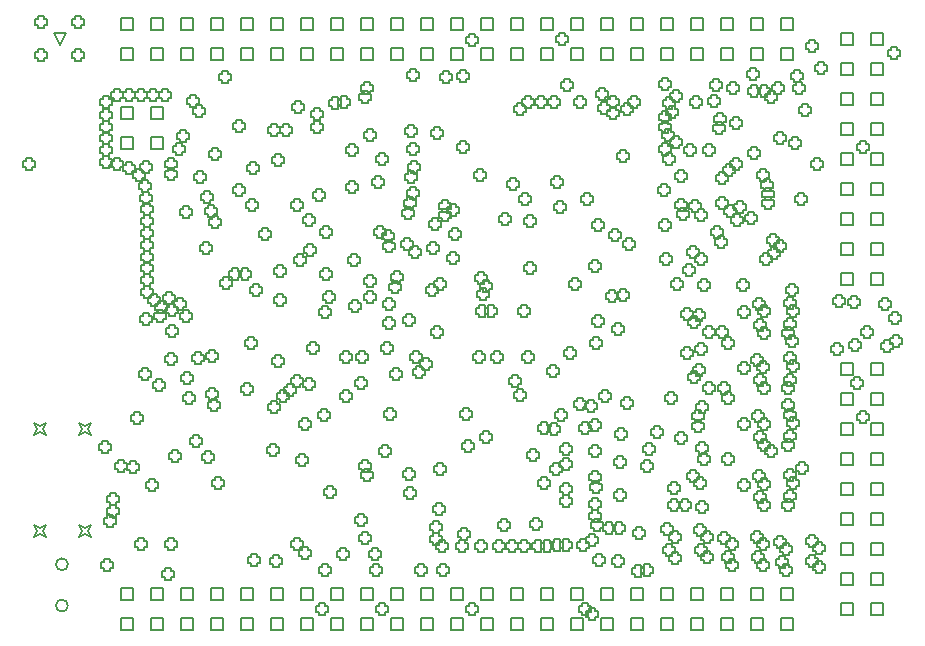
<source format=gbr>
%TF.GenerationSoftware,Altium Limited,Altium Designer,22.9.1 (49)*%
G04 Layer_Color=2752767*
%FSLAX45Y45*%
%MOMM*%
%TF.SameCoordinates,1DF69D78-5120-4B12-B4B9-43D88C5B1DD9*%
%TF.FilePolarity,Positive*%
%TF.FileFunction,Drawing*%
%TF.Part,Single*%
G01*
G75*
%TA.AperFunction,NonConductor*%
%ADD684C,0.12700*%
%ADD685C,0.16933*%
D684*
X8077200Y2298700D02*
Y2400300D01*
X8178800D01*
Y2298700D01*
X8077200D01*
Y2044700D02*
Y2146300D01*
X8178800D01*
Y2044700D01*
X8077200D01*
Y1790700D02*
Y1892300D01*
X8178800D01*
Y1790700D01*
X8077200D01*
Y1536700D02*
Y1638300D01*
X8178800D01*
Y1536700D01*
X8077200D01*
Y1282700D02*
Y1384300D01*
X8178800D01*
Y1282700D01*
X8077200D01*
Y1028700D02*
Y1130300D01*
X8178800D01*
Y1028700D01*
X8077200D01*
Y774700D02*
Y876300D01*
X8178800D01*
Y774700D01*
X8077200D01*
X8331200Y2298700D02*
Y2400300D01*
X8432800D01*
Y2298700D01*
X8331200D01*
Y2044700D02*
Y2146300D01*
X8432800D01*
Y2044700D01*
X8331200D01*
Y1790700D02*
Y1892300D01*
X8432800D01*
Y1790700D01*
X8331200D01*
Y1536700D02*
Y1638300D01*
X8432800D01*
Y1536700D01*
X8331200D01*
Y1282700D02*
Y1384300D01*
X8432800D01*
Y1282700D01*
X8331200D01*
Y1028700D02*
Y1130300D01*
X8432800D01*
Y1028700D01*
X8331200D01*
Y774700D02*
Y876300D01*
X8432800D01*
Y774700D01*
X8331200D01*
X8077200Y520700D02*
Y622300D01*
X8178800D01*
Y520700D01*
X8077200D01*
Y266700D02*
Y368300D01*
X8178800D01*
Y266700D01*
X8077200D01*
X8331200Y520700D02*
Y622300D01*
X8432800D01*
Y520700D01*
X8331200D01*
Y266700D02*
Y368300D01*
X8432800D01*
Y266700D01*
X8331200D01*
X8077200Y5092700D02*
Y5194300D01*
X8178800D01*
Y5092700D01*
X8077200D01*
Y4838700D02*
Y4940300D01*
X8178800D01*
Y4838700D01*
X8077200D01*
Y4584700D02*
Y4686300D01*
X8178800D01*
Y4584700D01*
X8077200D01*
Y4330700D02*
Y4432300D01*
X8178800D01*
Y4330700D01*
X8077200D01*
Y4076700D02*
Y4178300D01*
X8178800D01*
Y4076700D01*
X8077200D01*
Y3822700D02*
Y3924300D01*
X8178800D01*
Y3822700D01*
X8077200D01*
Y3568700D02*
Y3670300D01*
X8178800D01*
Y3568700D01*
X8077200D01*
X8331200Y5092700D02*
Y5194300D01*
X8432800D01*
Y5092700D01*
X8331200D01*
Y4838700D02*
Y4940300D01*
X8432800D01*
Y4838700D01*
X8331200D01*
Y4584700D02*
Y4686300D01*
X8432800D01*
Y4584700D01*
X8331200D01*
Y4330700D02*
Y4432300D01*
X8432800D01*
Y4330700D01*
X8331200D01*
Y4076700D02*
Y4178300D01*
X8432800D01*
Y4076700D01*
X8331200D01*
Y3822700D02*
Y3924300D01*
X8432800D01*
Y3822700D01*
X8331200D01*
Y3568700D02*
Y3670300D01*
X8432800D01*
Y3568700D01*
X8331200D01*
X8077200Y3314700D02*
Y3416300D01*
X8178800D01*
Y3314700D01*
X8077200D01*
Y3060700D02*
Y3162300D01*
X8178800D01*
Y3060700D01*
X8077200D01*
X8331200Y3314700D02*
Y3416300D01*
X8432800D01*
Y3314700D01*
X8331200D01*
Y3060700D02*
Y3162300D01*
X8432800D01*
Y3060700D01*
X8331200D01*
X1981200Y139700D02*
Y241300D01*
X2082800D01*
Y139700D01*
X1981200D01*
X2235200D02*
Y241300D01*
X2336800D01*
Y139700D01*
X2235200D01*
X2489200D02*
Y241300D01*
X2590800D01*
Y139700D01*
X2489200D01*
X2743200D02*
Y241300D01*
X2844800D01*
Y139700D01*
X2743200D01*
X2997200D02*
Y241300D01*
X3098800D01*
Y139700D01*
X2997200D01*
X3251200D02*
Y241300D01*
X3352800D01*
Y139700D01*
X3251200D01*
X3505200D02*
Y241300D01*
X3606800D01*
Y139700D01*
X3505200D01*
X3759200D02*
Y241300D01*
X3860800D01*
Y139700D01*
X3759200D01*
X4013200D02*
Y241300D01*
X4114800D01*
Y139700D01*
X4013200D01*
X4267200D02*
Y241300D01*
X4368800D01*
Y139700D01*
X4267200D01*
X4521200D02*
Y241300D01*
X4622800D01*
Y139700D01*
X4521200D01*
X4775200D02*
Y241300D01*
X4876800D01*
Y139700D01*
X4775200D01*
X5029200D02*
Y241300D01*
X5130800D01*
Y139700D01*
X5029200D01*
X5283200D02*
Y241300D01*
X5384800D01*
Y139700D01*
X5283200D01*
X5537200D02*
Y241300D01*
X5638800D01*
Y139700D01*
X5537200D01*
X5791200D02*
Y241300D01*
X5892800D01*
Y139700D01*
X5791200D01*
X6045200D02*
Y241300D01*
X6146800D01*
Y139700D01*
X6045200D01*
X6299200D02*
Y241300D01*
X6400800D01*
Y139700D01*
X6299200D01*
X6553200D02*
Y241300D01*
X6654800D01*
Y139700D01*
X6553200D01*
X6807200D02*
Y241300D01*
X6908800D01*
Y139700D01*
X6807200D01*
X7061200D02*
Y241300D01*
X7162800D01*
Y139700D01*
X7061200D01*
X7315200D02*
Y241300D01*
X7416800D01*
Y139700D01*
X7315200D01*
X7569200D02*
Y241300D01*
X7670800D01*
Y139700D01*
X7569200D01*
X1981200Y393700D02*
Y495300D01*
X2082800D01*
Y393700D01*
X1981200D01*
X2235200D02*
Y495300D01*
X2336800D01*
Y393700D01*
X2235200D01*
X2489200D02*
Y495300D01*
X2590800D01*
Y393700D01*
X2489200D01*
X2743200D02*
Y495300D01*
X2844800D01*
Y393700D01*
X2743200D01*
X2997200D02*
Y495300D01*
X3098800D01*
Y393700D01*
X2997200D01*
X3251200D02*
Y495300D01*
X3352800D01*
Y393700D01*
X3251200D01*
X3505200D02*
Y495300D01*
X3606800D01*
Y393700D01*
X3505200D01*
X3759200D02*
Y495300D01*
X3860800D01*
Y393700D01*
X3759200D01*
X4013200D02*
Y495300D01*
X4114800D01*
Y393700D01*
X4013200D01*
X4267200D02*
Y495300D01*
X4368800D01*
Y393700D01*
X4267200D01*
X4521200D02*
Y495300D01*
X4622800D01*
Y393700D01*
X4521200D01*
X4775200D02*
Y495300D01*
X4876800D01*
Y393700D01*
X4775200D01*
X5029200D02*
Y495300D01*
X5130800D01*
Y393700D01*
X5029200D01*
X5283200D02*
Y495300D01*
X5384800D01*
Y393700D01*
X5283200D01*
X5537200D02*
Y495300D01*
X5638800D01*
Y393700D01*
X5537200D01*
X5791200D02*
Y495300D01*
X5892800D01*
Y393700D01*
X5791200D01*
X6045200D02*
Y495300D01*
X6146800D01*
Y393700D01*
X6045200D01*
X6299200D02*
Y495300D01*
X6400800D01*
Y393700D01*
X6299200D01*
X6553200D02*
Y495300D01*
X6654800D01*
Y393700D01*
X6553200D01*
X6807200D02*
Y495300D01*
X6908800D01*
Y393700D01*
X6807200D01*
X7061200D02*
Y495300D01*
X7162800D01*
Y393700D01*
X7061200D01*
X7315200D02*
Y495300D01*
X7416800D01*
Y393700D01*
X7315200D01*
X7569200D02*
Y495300D01*
X7670800D01*
Y393700D01*
X7569200D01*
X1981200Y4965700D02*
Y5067300D01*
X2082800D01*
Y4965700D01*
X1981200D01*
X2235200D02*
Y5067300D01*
X2336800D01*
Y4965700D01*
X2235200D01*
X2489200D02*
Y5067300D01*
X2590800D01*
Y4965700D01*
X2489200D01*
X2743200D02*
Y5067300D01*
X2844800D01*
Y4965700D01*
X2743200D01*
X2997200D02*
Y5067300D01*
X3098800D01*
Y4965700D01*
X2997200D01*
X3251200D02*
Y5067300D01*
X3352800D01*
Y4965700D01*
X3251200D01*
X3505200D02*
Y5067300D01*
X3606800D01*
Y4965700D01*
X3505200D01*
X3759200D02*
Y5067300D01*
X3860800D01*
Y4965700D01*
X3759200D01*
X4013200D02*
Y5067300D01*
X4114800D01*
Y4965700D01*
X4013200D01*
X4267200D02*
Y5067300D01*
X4368800D01*
Y4965700D01*
X4267200D01*
X4521200D02*
Y5067300D01*
X4622800D01*
Y4965700D01*
X4521200D01*
X4775200D02*
Y5067300D01*
X4876800D01*
Y4965700D01*
X4775200D01*
X5029200D02*
Y5067300D01*
X5130800D01*
Y4965700D01*
X5029200D01*
X5283200D02*
Y5067300D01*
X5384800D01*
Y4965700D01*
X5283200D01*
X5537200D02*
Y5067300D01*
X5638800D01*
Y4965700D01*
X5537200D01*
X5791200D02*
Y5067300D01*
X5892800D01*
Y4965700D01*
X5791200D01*
X6045200D02*
Y5067300D01*
X6146800D01*
Y4965700D01*
X6045200D01*
X6299200D02*
Y5067300D01*
X6400800D01*
Y4965700D01*
X6299200D01*
X6553200D02*
Y5067300D01*
X6654800D01*
Y4965700D01*
X6553200D01*
X6807200D02*
Y5067300D01*
X6908800D01*
Y4965700D01*
X6807200D01*
X7061200D02*
Y5067300D01*
X7162800D01*
Y4965700D01*
X7061200D01*
X7315200D02*
Y5067300D01*
X7416800D01*
Y4965700D01*
X7315200D01*
X7569200D02*
Y5067300D01*
X7670800D01*
Y4965700D01*
X7569200D01*
X1981200Y5219700D02*
Y5321300D01*
X2082800D01*
Y5219700D01*
X1981200D01*
X2235200D02*
Y5321300D01*
X2336800D01*
Y5219700D01*
X2235200D01*
X2489200D02*
Y5321300D01*
X2590800D01*
Y5219700D01*
X2489200D01*
X2743200D02*
Y5321300D01*
X2844800D01*
Y5219700D01*
X2743200D01*
X2997200D02*
Y5321300D01*
X3098800D01*
Y5219700D01*
X2997200D01*
X3251200D02*
Y5321300D01*
X3352800D01*
Y5219700D01*
X3251200D01*
X3505200D02*
Y5321300D01*
X3606800D01*
Y5219700D01*
X3505200D01*
X3759200D02*
Y5321300D01*
X3860800D01*
Y5219700D01*
X3759200D01*
X4013200D02*
Y5321300D01*
X4114800D01*
Y5219700D01*
X4013200D01*
X4267200D02*
Y5321300D01*
X4368800D01*
Y5219700D01*
X4267200D01*
X4521200D02*
Y5321300D01*
X4622800D01*
Y5219700D01*
X4521200D01*
X4775200D02*
Y5321300D01*
X4876800D01*
Y5219700D01*
X4775200D01*
X5029200D02*
Y5321300D01*
X5130800D01*
Y5219700D01*
X5029200D01*
X5283200D02*
Y5321300D01*
X5384800D01*
Y5219700D01*
X5283200D01*
X5537200D02*
Y5321300D01*
X5638800D01*
Y5219700D01*
X5537200D01*
X5791200D02*
Y5321300D01*
X5892800D01*
Y5219700D01*
X5791200D01*
X6045200D02*
Y5321300D01*
X6146800D01*
Y5219700D01*
X6045200D01*
X6299200D02*
Y5321300D01*
X6400800D01*
Y5219700D01*
X6299200D01*
X6553200D02*
Y5321300D01*
X6654800D01*
Y5219700D01*
X6553200D01*
X6807200D02*
Y5321300D01*
X6908800D01*
Y5219700D01*
X6807200D01*
X7061200D02*
Y5321300D01*
X7162800D01*
Y5219700D01*
X7061200D01*
X7315200D02*
Y5321300D01*
X7416800D01*
Y5219700D01*
X7315200D01*
X7569200D02*
Y5321300D01*
X7670800D01*
Y5219700D01*
X7569200D01*
X2235200Y4461600D02*
Y4563200D01*
X2336800D01*
Y4461600D01*
X2235200D01*
Y4207600D02*
Y4309200D01*
X2336800D01*
Y4207600D01*
X2235200D01*
X1981200Y4461600D02*
Y4563200D01*
X2082800D01*
Y4461600D01*
X1981200D01*
Y4207600D02*
Y4309200D01*
X2082800D01*
Y4207600D01*
X1981200D01*
X1621200Y927200D02*
X1646600Y978000D01*
X1621200Y1028800D01*
X1672000Y1003400D01*
X1722800Y1028800D01*
X1697400Y978000D01*
X1722800Y927200D01*
X1672000Y952600D01*
X1621200Y927200D01*
X1241200D02*
X1266600Y978000D01*
X1241200Y1028800D01*
X1292000Y1003400D01*
X1342800Y1028800D01*
X1317400Y978000D01*
X1342800Y927200D01*
X1292000Y952600D01*
X1241200Y927200D01*
X1621200Y1791200D02*
X1646600Y1842000D01*
X1621200Y1892800D01*
X1672000Y1867400D01*
X1722800Y1892800D01*
X1697400Y1842000D01*
X1722800Y1791200D01*
X1672000Y1816600D01*
X1621200Y1791200D01*
X1241200D02*
X1266600Y1842000D01*
X1241200Y1892800D01*
X1292000Y1867400D01*
X1342800Y1892800D01*
X1317400Y1842000D01*
X1342800Y1791200D01*
X1292000Y1816600D01*
X1241200Y1791200D01*
X1460500Y5092700D02*
X1409700Y5194300D01*
X1511300D01*
X1460500Y5092700D01*
X6843614Y1837209D02*
Y1811809D01*
X6894414D01*
Y1837209D01*
X6919814D01*
Y1888009D01*
X6894414D01*
Y1913409D01*
X6843614D01*
Y1888009D01*
X6818214D01*
Y1837209D01*
X6843614D01*
X6492397Y1789303D02*
Y1763903D01*
X6543197D01*
Y1789303D01*
X6568597D01*
Y1840103D01*
X6543197D01*
Y1865503D01*
X6492397D01*
Y1840103D01*
X6466997D01*
Y1789303D01*
X6492397D01*
X6174466Y975572D02*
Y950172D01*
X6225266D01*
Y975572D01*
X6250666D01*
Y1026372D01*
X6225266D01*
Y1051772D01*
X6174466D01*
Y1026372D01*
X6149066D01*
Y975572D01*
X6174466D01*
X6083703Y980744D02*
Y955344D01*
X6134503D01*
Y980744D01*
X6159903D01*
Y1031544D01*
X6134503D01*
Y1056944D01*
X6083703D01*
Y1031544D01*
X6058303D01*
Y980744D01*
X6083703D01*
X6054600Y2094600D02*
Y2069200D01*
X6105400D01*
Y2094600D01*
X6130800D01*
Y2145400D01*
X6105400D01*
Y2170800D01*
X6054600D01*
Y2145400D01*
X6029200D01*
Y2094600D01*
X6054600D01*
X6412895Y1500086D02*
Y1474686D01*
X6463695D01*
Y1500086D01*
X6489095D01*
Y1550886D01*
X6463695D01*
Y1576286D01*
X6412895D01*
Y1550886D01*
X6387495D01*
Y1500086D01*
X6412895D01*
X5884600Y1824600D02*
Y1799200D01*
X5935400D01*
Y1824600D01*
X5960800D01*
Y1875400D01*
X5935400D01*
Y1900800D01*
X5884600D01*
Y1875400D01*
X5859200D01*
Y1824600D01*
X5884600D01*
X5534600D02*
Y1799200D01*
X5585400D01*
Y1824600D01*
X5610800D01*
Y1875400D01*
X5585400D01*
Y1900800D01*
X5534600D01*
Y1875400D01*
X5509200D01*
Y1824600D01*
X5534600D01*
X5624600Y1814600D02*
Y1789200D01*
X5675400D01*
Y1814600D01*
X5700800D01*
Y1865400D01*
X5675400D01*
Y1890800D01*
X5624600D01*
Y1865400D01*
X5599200D01*
Y1814600D01*
X5624600D01*
X6004600Y704600D02*
Y679200D01*
X6055400D01*
Y704600D01*
X6080800D01*
Y755400D01*
X6055400D01*
Y780800D01*
X6004600D01*
Y755400D01*
X5979200D01*
Y704600D01*
X6004600D01*
X6164600Y697100D02*
Y671700D01*
X6215400D01*
Y697100D01*
X6240800D01*
Y747900D01*
X6215400D01*
Y773300D01*
X6164600D01*
Y747900D01*
X6139200D01*
Y697100D01*
X6164600D01*
X5965247Y1406363D02*
Y1380963D01*
X6016047D01*
Y1406363D01*
X6041447D01*
Y1457163D01*
X6016047D01*
Y1482563D01*
X5965247D01*
Y1457163D01*
X5939847D01*
Y1406363D01*
X5965247D01*
X5973367Y1327060D02*
Y1301660D01*
X6024167D01*
Y1327060D01*
X6049567D01*
Y1377860D01*
X6024167D01*
Y1403260D01*
X5973367D01*
Y1377860D01*
X5947967D01*
Y1327060D01*
X5973367D01*
X6243205Y2036171D02*
Y2010771D01*
X6294005D01*
Y2036171D01*
X6319405D01*
Y2086971D01*
X6294005D01*
Y2112371D01*
X6243205D01*
Y2086971D01*
X6217805D01*
Y2036171D01*
X6243205D01*
X6187990Y1771225D02*
Y1745825D01*
X6238790D01*
Y1771225D01*
X6264190D01*
Y1822025D01*
X6238790D01*
Y1847425D01*
X6187990D01*
Y1822025D01*
X6162590D01*
Y1771225D01*
X6187990D01*
X5969291Y1180248D02*
Y1154848D01*
X6020091D01*
Y1180248D01*
X6045491D01*
Y1231048D01*
X6020091D01*
Y1256448D01*
X5969291D01*
Y1231048D01*
X5943891D01*
Y1180248D01*
X5969291D01*
X5969600Y1630030D02*
Y1604630D01*
X6020400D01*
Y1630030D01*
X6045800D01*
Y1680830D01*
X6020400D01*
Y1706230D01*
X5969600D01*
Y1680830D01*
X5944200D01*
Y1630030D01*
X5969600D01*
X5944600Y874600D02*
Y849200D01*
X5995400D01*
Y874600D01*
X6020800D01*
Y925400D01*
X5995400D01*
Y950800D01*
X5944600D01*
Y925400D01*
X5919200D01*
Y874600D01*
X5944600D01*
X5984617Y1004513D02*
Y979113D01*
X6035417D01*
Y1004513D01*
X6060817D01*
Y1055313D01*
X6035417D01*
Y1080713D01*
X5984617D01*
Y1055313D01*
X5959217D01*
Y1004513D01*
X5984617D01*
X5969578Y1077990D02*
Y1052590D01*
X6020378D01*
Y1077990D01*
X6045778D01*
Y1128790D01*
X6020378D01*
Y1154190D01*
X5969578D01*
Y1128790D01*
X5944178D01*
Y1077990D01*
X5969578D01*
X6176145Y1253354D02*
Y1227954D01*
X6226945D01*
Y1253354D01*
X6252345D01*
Y1304154D01*
X6226945D01*
Y1329554D01*
X6176145D01*
Y1304154D01*
X6150745D01*
Y1253354D01*
X6176145D01*
X6344600Y934600D02*
Y909200D01*
X6395400D01*
Y934600D01*
X6420800D01*
Y985400D01*
X6395400D01*
Y1010800D01*
X6344600D01*
Y985400D01*
X6319200D01*
Y934600D01*
X6344600D01*
X5942233Y247299D02*
Y221899D01*
X5993033D01*
Y247299D01*
X6018433D01*
Y298099D01*
X5993033D01*
Y323499D01*
X5942233D01*
Y298099D01*
X5916833D01*
Y247299D01*
X5942233D01*
X5882040Y292040D02*
Y266640D01*
X5932840D01*
Y292040D01*
X5958240D01*
Y342840D01*
X5932840D01*
Y368240D01*
X5882040D01*
Y342840D01*
X5856640D01*
Y292040D01*
X5882040D01*
X6409985Y622509D02*
Y597109D01*
X6460785D01*
Y622509D01*
X6486185D01*
Y673309D01*
X6460785D01*
Y698709D01*
X6409985D01*
Y673309D01*
X6384585D01*
Y622509D01*
X6409985D01*
X6334600Y614600D02*
Y589200D01*
X6385400D01*
Y614600D01*
X6410800D01*
Y665400D01*
X6385400D01*
Y690800D01*
X6334600D01*
Y665400D01*
X6309200D01*
Y614600D01*
X6334600D01*
X5864600Y833813D02*
Y808413D01*
X5915400D01*
Y833813D01*
X5940800D01*
Y884613D01*
X5915400D01*
Y910013D01*
X5864600D01*
Y884613D01*
X5839200D01*
Y833813D01*
X5864600D01*
X6182714Y1538468D02*
Y1513068D01*
X6233514D01*
Y1538468D01*
X6258914D01*
Y1589268D01*
X6233514D01*
Y1614668D01*
X6182714D01*
Y1589268D01*
X6157314D01*
Y1538468D01*
X6182714D01*
X5972774Y1849600D02*
Y1824200D01*
X6023574D01*
Y1849600D01*
X6048974D01*
Y1900400D01*
X6023574D01*
Y1925800D01*
X5972774D01*
Y1900400D01*
X5947374D01*
Y1849600D01*
X5972774D01*
X5719600Y829600D02*
Y804200D01*
X5770400D01*
Y829600D01*
X5795800D01*
Y880400D01*
X5770400D01*
Y905800D01*
X5719600D01*
Y880400D01*
X5694200D01*
Y829600D01*
X5719600D01*
X5644606Y828656D02*
Y803256D01*
X5695406D01*
Y828656D01*
X5720806D01*
Y879456D01*
X5695406D01*
Y904856D01*
X5644606D01*
Y879456D01*
X5619206D01*
Y828656D01*
X5644606D01*
X5465777Y1013261D02*
Y987861D01*
X5516577D01*
Y1013261D01*
X5541977D01*
Y1064061D01*
X5516577D01*
Y1089461D01*
X5465777D01*
Y1064061D01*
X5440377D01*
Y1013261D01*
X5465777D01*
X5564302Y825542D02*
Y800142D01*
X5615102D01*
Y825542D01*
X5640502D01*
Y876342D01*
X5615102D01*
Y901742D01*
X5564302D01*
Y876342D01*
X5538902D01*
Y825542D01*
X5564302D01*
X5484120Y827461D02*
Y802061D01*
X5534920D01*
Y827461D01*
X5560320D01*
Y878261D01*
X5534920D01*
Y903661D01*
X5484120D01*
Y878261D01*
X5458720D01*
Y827461D01*
X5484120D01*
X5364600Y824600D02*
Y799200D01*
X5415400D01*
Y824600D01*
X5440800D01*
Y875400D01*
X5415400D01*
Y900800D01*
X5364600D01*
Y875400D01*
X5339200D01*
Y824600D01*
X5364600D01*
X5194600Y1004600D02*
Y979200D01*
X5245400D01*
Y1004600D01*
X5270800D01*
Y1055400D01*
X5245400D01*
Y1080800D01*
X5194600D01*
Y1055400D01*
X5169200D01*
Y1004600D01*
X5194600D01*
X5153938Y822894D02*
Y797494D01*
X5204738D01*
Y822894D01*
X5230138D01*
Y873694D01*
X5204738D01*
Y899094D01*
X5153938D01*
Y873694D01*
X5128538D01*
Y822894D01*
X5153938D01*
X5839180Y2028554D02*
Y2003154D01*
X5889980D01*
Y2028554D01*
X5915380D01*
Y2079354D01*
X5889980D01*
Y2104754D01*
X5839180D01*
Y2079354D01*
X5813780D01*
Y2028554D01*
X5839180D01*
X5934600Y2013184D02*
Y1987784D01*
X5985400D01*
Y2013184D01*
X6010800D01*
Y2063984D01*
X5985400D01*
Y2089384D01*
X5934600D01*
Y2063984D01*
X5909200D01*
Y2013184D01*
X5934600D01*
X7094600Y2074600D02*
Y2049200D01*
X7145400D01*
Y2074600D01*
X7170800D01*
Y2125400D01*
X7145400D01*
Y2150800D01*
X7094600D01*
Y2125400D01*
X7069200D01*
Y2074600D01*
X7094600D01*
X7064600Y2164600D02*
Y2139200D01*
X7115400D01*
Y2164600D01*
X7140800D01*
Y2215400D01*
X7115400D01*
Y2240800D01*
X7064600D01*
Y2215400D01*
X7039200D01*
Y2164600D01*
X7064600D01*
X6934600D02*
Y2139200D01*
X6985400D01*
Y2164600D01*
X7010800D01*
Y2215400D01*
X6985400D01*
Y2240800D01*
X6934600D01*
Y2215400D01*
X6909200D01*
Y2164600D01*
X6934600D01*
Y2634600D02*
Y2609200D01*
X6985400D01*
Y2634600D01*
X7010800D01*
Y2685400D01*
X6985400D01*
Y2710800D01*
X6934600D01*
Y2685400D01*
X6909200D01*
Y2634600D01*
X6934600D01*
X7044600D02*
Y2609200D01*
X7095400D01*
Y2634600D01*
X7120800D01*
Y2685400D01*
X7095400D01*
Y2710800D01*
X7044600D01*
Y2685400D01*
X7019200D01*
Y2634600D01*
X7044600D01*
X6894600Y3034600D02*
Y3009200D01*
X6945400D01*
Y3034600D01*
X6970800D01*
Y3085400D01*
X6945400D01*
Y3110800D01*
X6894600D01*
Y3085400D01*
X6869200D01*
Y3034600D01*
X6894600D01*
X3844600Y4587100D02*
Y4561700D01*
X3895400D01*
Y4587100D01*
X3920800D01*
Y4637900D01*
X3895400D01*
Y4663300D01*
X3844600D01*
Y4637900D01*
X3819200D01*
Y4587100D01*
X3844600D01*
X4414600Y4334600D02*
Y4309200D01*
X4465400D01*
Y4334600D01*
X4490800D01*
Y4385400D01*
X4465400D01*
Y4410800D01*
X4414600D01*
Y4385400D01*
X4389200D01*
Y4334600D01*
X4414600D01*
X1275100Y5258100D02*
Y5232700D01*
X1325900D01*
Y5258100D01*
X1351300D01*
Y5308900D01*
X1325900D01*
Y5334300D01*
X1275100D01*
Y5308900D01*
X1249700D01*
Y5258100D01*
X1275100D01*
Y4978100D02*
Y4952700D01*
X1325900D01*
Y4978100D01*
X1351300D01*
Y5028900D01*
X1325900D01*
Y5054300D01*
X1275100D01*
Y5028900D01*
X1249700D01*
Y4978100D01*
X1275100D01*
X1595100D02*
Y4952700D01*
X1645900D01*
Y4978100D01*
X1671300D01*
Y5028900D01*
X1645900D01*
Y5054300D01*
X1595100D01*
Y5028900D01*
X1569700D01*
Y4978100D01*
X1595100D01*
Y5258100D02*
Y5232700D01*
X1645900D01*
Y5258100D01*
X1671300D01*
Y5308900D01*
X1645900D01*
Y5334300D01*
X1595100D01*
Y5308900D01*
X1569700D01*
Y5258100D01*
X1595100D01*
X4657347Y1478002D02*
Y1452602D01*
X4708147D01*
Y1478002D01*
X4733547D01*
Y1528802D01*
X4708147D01*
Y1554202D01*
X4657347D01*
Y1528802D01*
X4631947D01*
Y1478002D01*
X4657347D01*
X7353377Y2873139D02*
Y2847739D01*
X7404177D01*
Y2873139D01*
X7429577D01*
Y2923939D01*
X7404177D01*
Y2949339D01*
X7353377D01*
Y2923939D01*
X7327977D01*
Y2873139D01*
X7353377D01*
X7354669Y1416014D02*
Y1390614D01*
X7405469D01*
Y1416014D01*
X7430869D01*
Y1466814D01*
X7405469D01*
Y1492214D01*
X7354669D01*
Y1466814D01*
X7329269D01*
Y1416014D01*
X7354669D01*
X7351772Y1926059D02*
Y1900659D01*
X7402572D01*
Y1926059D01*
X7427972D01*
Y1976859D01*
X7402572D01*
Y2002259D01*
X7351772D01*
Y1976859D01*
X7326372D01*
Y1926059D01*
X7351772D01*
X7398990Y1860014D02*
Y1834614D01*
X7449790D01*
Y1860014D01*
X7475190D01*
Y1910814D01*
X7449790D01*
Y1936214D01*
X7398990D01*
Y1910814D01*
X7373590D01*
Y1860014D01*
X7398990D01*
X6047413Y4536755D02*
Y4511355D01*
X6098213D01*
Y4536755D01*
X6123613D01*
Y4587555D01*
X6098213D01*
Y4612955D01*
X6047413D01*
Y4587555D01*
X6022013D01*
Y4536755D01*
X6047413D01*
X6117004Y4492997D02*
Y4467597D01*
X6167804D01*
Y4492997D01*
X6193204D01*
Y4543797D01*
X6167804D01*
Y4569197D01*
X6117004D01*
Y4543797D01*
X6091604D01*
Y4492997D01*
X6117004D01*
X6024600Y4654600D02*
Y4629200D01*
X6075400D01*
Y4654600D01*
X6100800D01*
Y4705400D01*
X6075400D01*
Y4730800D01*
X6024600D01*
Y4705400D01*
X5999200D01*
Y4654600D01*
X6024600D01*
X6564600Y4732100D02*
Y4706700D01*
X6615400D01*
Y4732100D01*
X6640800D01*
Y4782900D01*
X6615400D01*
Y4808300D01*
X6564600D01*
Y4782900D01*
X6539200D01*
Y4732100D01*
X6564600D01*
X6204600Y4124600D02*
Y4099200D01*
X6255400D01*
Y4124600D01*
X6280800D01*
Y4175400D01*
X6255400D01*
Y4200800D01*
X6204600D01*
Y4175400D01*
X6179200D01*
Y4124600D01*
X6204600D01*
X6634600Y1174600D02*
Y1149200D01*
X6685400D01*
Y1174600D01*
X6710800D01*
Y1225400D01*
X6685400D01*
Y1250800D01*
X6634600D01*
Y1225400D01*
X6609200D01*
Y1174600D01*
X6634600D01*
Y1314600D02*
Y1289200D01*
X6685400D01*
Y1314600D01*
X6710800D01*
Y1365400D01*
X6685400D01*
Y1390800D01*
X6634600D01*
Y1365400D01*
X6609200D01*
Y1314600D01*
X6634600D01*
X5994124Y2727348D02*
Y2701948D01*
X6044924D01*
Y2727348D01*
X6070324D01*
Y2778148D01*
X6044924D01*
Y2803548D01*
X5994124D01*
Y2778148D01*
X5968724D01*
Y2727348D01*
X5994124D01*
X5992725Y3538195D02*
Y3512795D01*
X6043525D01*
Y3538195D01*
X6068925D01*
Y3588995D01*
X6043525D01*
Y3614395D01*
X5992725D01*
Y3588995D01*
X5967325D01*
Y3538195D01*
X5992725D01*
X5203857Y3595907D02*
Y3570507D01*
X5254657D01*
Y3595907D01*
X5280057D01*
Y3646707D01*
X5254657D01*
Y3672107D01*
X5203857D01*
Y3646707D01*
X5178457D01*
Y3595907D01*
X5203857D01*
X5677923Y1934598D02*
Y1909198D01*
X5728723D01*
Y1934598D01*
X5754123D01*
Y1985398D01*
X5728723D01*
Y2010798D01*
X5677923D01*
Y1985398D01*
X5652523D01*
Y1934598D01*
X5677923D01*
X6695982Y3953218D02*
Y3927818D01*
X6746782D01*
Y3953218D01*
X6772182D01*
Y4004018D01*
X6746782D01*
Y4029418D01*
X6695982D01*
Y4004018D01*
X6670582D01*
Y3953218D01*
X6695982D01*
X6594600Y4104600D02*
Y4079200D01*
X6645400D01*
Y4104600D01*
X6670800D01*
Y4155400D01*
X6645400D01*
Y4180800D01*
X6594600D01*
Y4155400D01*
X6569200D01*
Y4104600D01*
X6594600D01*
X6551080Y3841938D02*
Y3816538D01*
X6601880D01*
Y3841938D01*
X6627280D01*
Y3892738D01*
X6601880D01*
Y3918138D01*
X6551080D01*
Y3892738D01*
X6525680D01*
Y3841938D01*
X6551080D01*
X6559088Y3539115D02*
Y3513715D01*
X6609888D01*
Y3539115D01*
X6635288D01*
Y3589915D01*
X6609888D01*
Y3615315D01*
X6559088D01*
Y3589915D01*
X6533688D01*
Y3539115D01*
X6559088D01*
X6874600Y1154600D02*
Y1129200D01*
X6925400D01*
Y1154600D01*
X6950800D01*
Y1205400D01*
X6925400D01*
Y1230800D01*
X6874600D01*
Y1205400D01*
X6849200D01*
Y1154600D01*
X6874600D01*
X7618568Y1423824D02*
Y1398424D01*
X7669368D01*
Y1423824D01*
X7694768D01*
Y1474624D01*
X7669368D01*
Y1500024D01*
X7618568D01*
Y1474624D01*
X7593168D01*
Y1423824D01*
X7618568D01*
X7600805Y2022100D02*
Y1996700D01*
X7651605D01*
Y2022100D01*
X7677005D01*
Y2072900D01*
X7651605D01*
Y2098300D01*
X7600805D01*
Y2072900D01*
X7575405D01*
Y2022100D01*
X7600805D01*
X7603493Y2159988D02*
Y2134588D01*
X7654293D01*
Y2159988D01*
X7679693D01*
Y2210788D01*
X7654293D01*
Y2236188D01*
X7603493D01*
Y2210788D01*
X7578093D01*
Y2159988D01*
X7603493D01*
X7637879Y2558584D02*
Y2533184D01*
X7688679D01*
Y2558584D01*
X7714079D01*
Y2609384D01*
X7688679D01*
Y2634784D01*
X7637879D01*
Y2609384D01*
X7612479D01*
Y2558584D01*
X7637879D01*
X7648136Y2344898D02*
Y2319498D01*
X7698936D01*
Y2344898D01*
X7724336D01*
Y2395698D01*
X7698936D01*
Y2421098D01*
X7648136D01*
Y2395698D01*
X7622736D01*
Y2344898D01*
X7648136D01*
X7618568Y2413823D02*
Y2388423D01*
X7669368D01*
Y2413823D01*
X7694768D01*
Y2464623D01*
X7669368D01*
Y2490023D01*
X7618568D01*
Y2464623D01*
X7593168D01*
Y2413823D01*
X7618568D01*
X7634600Y2994600D02*
Y2969200D01*
X7685400D01*
Y2994600D01*
X7710800D01*
Y3045400D01*
X7685400D01*
Y3070800D01*
X7634600D01*
Y3045400D01*
X7609200D01*
Y2994600D01*
X7634600D01*
X7459712Y1631401D02*
Y1606001D01*
X7510512D01*
Y1631401D01*
X7535912D01*
Y1682201D01*
X7510512D01*
Y1707601D01*
X7459712D01*
Y1682201D01*
X7434312D01*
Y1631401D01*
X7459712D01*
X7365009Y1747027D02*
Y1721627D01*
X7415809D01*
Y1747027D01*
X7441209D01*
Y1797827D01*
X7415809D01*
Y1823227D01*
X7365009D01*
Y1797827D01*
X7339609D01*
Y1747027D01*
X7365009D01*
X7399723Y1680544D02*
Y1655144D01*
X7450523D01*
Y1680544D01*
X7475923D01*
Y1731344D01*
X7450523D01*
Y1756744D01*
X7399723D01*
Y1731344D01*
X7374323D01*
Y1680544D01*
X7399723D01*
X6734600Y1174600D02*
Y1149200D01*
X6785400D01*
Y1174600D01*
X6810800D01*
Y1225400D01*
X6785400D01*
Y1250800D01*
X6734600D01*
Y1225400D01*
X6709200D01*
Y1174600D01*
X6734600D01*
X4215181Y3445870D02*
Y3420470D01*
X4265981D01*
Y3445870D01*
X4291381D01*
Y3496670D01*
X4265981D01*
Y3522070D01*
X4215181D01*
Y3496670D01*
X4189781D01*
Y3445870D01*
X4215181D01*
X4152417Y3486927D02*
Y3461527D01*
X4203217D01*
Y3486927D01*
X4228617D01*
Y3537727D01*
X4203217D01*
Y3563127D01*
X4152417D01*
Y3537727D01*
X4127017D01*
Y3486927D01*
X4152417D01*
X4224600Y3364600D02*
Y3339200D01*
X4275400D01*
Y3364600D01*
X4300800D01*
Y3415400D01*
X4275400D01*
Y3440800D01*
X4224600D01*
Y3415400D01*
X4199200D01*
Y3364600D01*
X4224600D01*
X6567729Y3250307D02*
Y3224907D01*
X6618529D01*
Y3250307D01*
X6643929D01*
Y3301107D01*
X6618529D01*
Y3326507D01*
X6567729D01*
Y3301107D01*
X6542329D01*
Y3250307D01*
X6567729D01*
X4034600Y4704600D02*
Y4679200D01*
X4085400D01*
Y4704600D01*
X4110800D01*
Y4755400D01*
X4085400D01*
Y4780800D01*
X4034600D01*
Y4755400D01*
X4009200D01*
Y4704600D01*
X4034600D01*
X4024600Y4624600D02*
Y4599200D01*
X4075400D01*
Y4624600D01*
X4100800D01*
Y4675400D01*
X4075400D01*
Y4700800D01*
X4024600D01*
Y4675400D01*
X3999200D01*
Y4624600D01*
X4024600D01*
X3764600Y4574600D02*
Y4549200D01*
X3815400D01*
Y4574600D01*
X3840800D01*
Y4625400D01*
X3815400D01*
Y4650800D01*
X3764600D01*
Y4625400D01*
X3739200D01*
Y4574600D01*
X3764600D01*
X4624600Y884600D02*
Y859200D01*
X4675400D01*
Y884600D01*
X4700800D01*
Y935400D01*
X4675400D01*
Y960800D01*
X4624600D01*
Y935400D01*
X4599200D01*
Y884600D01*
X4624600D01*
X4674600Y824600D02*
Y799200D01*
X4725400D01*
Y824600D01*
X4750800D01*
Y875400D01*
X4725400D01*
Y900800D01*
X4674600D01*
Y875400D01*
X4649200D01*
Y824600D01*
X4674600D01*
X4856830Y925513D02*
Y900113D01*
X4907630D01*
Y925513D01*
X4933030D01*
Y976313D01*
X4907630D01*
Y1001713D01*
X4856830D01*
Y976313D01*
X4831430D01*
Y925513D01*
X4856830D01*
X4700505Y3706944D02*
Y3681544D01*
X4751305D01*
Y3706944D01*
X4776705D01*
Y3757744D01*
X4751305D01*
Y3783144D01*
X4700505D01*
Y3757744D01*
X4675105D01*
Y3706944D01*
X4700505D01*
X4763295Y3665926D02*
Y3640526D01*
X4814095D01*
Y3665926D01*
X4839495D01*
Y3716726D01*
X4814095D01*
Y3742126D01*
X4763295D01*
Y3716726D01*
X4737895D01*
Y3665926D01*
X4763295D01*
X3554600Y3334600D02*
Y3309200D01*
X3605400D01*
Y3334600D01*
X3630800D01*
Y3385400D01*
X3605400D01*
Y3410800D01*
X3554600D01*
Y3385400D01*
X3529200D01*
Y3334600D01*
X3554600D01*
X3614600Y4374600D02*
Y4349200D01*
X3665400D01*
Y4374600D01*
X3690800D01*
Y4425400D01*
X3665400D01*
Y4450800D01*
X3614600D01*
Y4425400D01*
X3589200D01*
Y4374600D01*
X3614600D01*
X8424600Y2874600D02*
Y2849200D01*
X8475400D01*
Y2874600D01*
X8500800D01*
Y2925400D01*
X8475400D01*
Y2950800D01*
X8424600D01*
Y2925400D01*
X8399200D01*
Y2874600D01*
X8424600D01*
X4874600Y1944600D02*
Y1919200D01*
X4925400D01*
Y1944600D01*
X4950800D01*
Y1995400D01*
X4925400D01*
Y2020800D01*
X4874600D01*
Y1995400D01*
X4849200D01*
Y1944600D01*
X4874600D01*
X2954600Y3834600D02*
Y3809200D01*
X3005400D01*
Y3834600D01*
X3030800D01*
Y3885400D01*
X3005400D01*
Y3910800D01*
X2954600D01*
Y3885400D01*
X2929200D01*
Y3834600D01*
X2954600D01*
X2614600Y4507433D02*
Y4482033D01*
X2665400D01*
Y4507433D01*
X2690800D01*
Y4558233D01*
X2665400D01*
Y4583633D01*
X2614600D01*
Y4558233D01*
X2589200D01*
Y4507433D01*
X2614600D01*
X6240222Y4528121D02*
Y4502721D01*
X6291022D01*
Y4528121D01*
X6316422D01*
Y4578921D01*
X6291022D01*
Y4604321D01*
X6240222D01*
Y4578921D01*
X6214822D01*
Y4528121D01*
X6240222D01*
X4374600Y3384600D02*
Y3359200D01*
X4425400D01*
Y3384600D01*
X4450800D01*
Y3435400D01*
X4425400D01*
Y3460800D01*
X4374600D01*
Y3435400D01*
X4349200D01*
Y3384600D01*
X4374600D01*
X4444747Y3309906D02*
Y3284506D01*
X4495547D01*
Y3309906D01*
X4520947D01*
Y3360706D01*
X4495547D01*
Y3386106D01*
X4444747D01*
Y3360706D01*
X4419347D01*
Y3309906D01*
X4444747D01*
X7134337Y4698583D02*
Y4673183D01*
X7185137D01*
Y4698583D01*
X7210537D01*
Y4749383D01*
X7185137D01*
Y4774783D01*
X7134337D01*
Y4749383D01*
X7108937D01*
Y4698583D01*
X7134337D01*
X6990127Y4729489D02*
Y4704089D01*
X7040927D01*
Y4729489D01*
X7066327D01*
Y4780289D01*
X7040927D01*
Y4805689D01*
X6990127D01*
Y4780289D01*
X6964727D01*
Y4729489D01*
X6990127D01*
X7023736Y4441248D02*
Y4415848D01*
X7074536D01*
Y4441248D01*
X7099936D01*
Y4492048D01*
X7074536D01*
Y4517448D01*
X7023736D01*
Y4492048D01*
X6998336D01*
Y4441248D01*
X7023736D01*
X7015726Y4364300D02*
Y4338900D01*
X7066526D01*
Y4364300D01*
X7091926D01*
Y4415100D01*
X7066526D01*
Y4440500D01*
X7015726D01*
Y4415100D01*
X6990326D01*
Y4364300D01*
X7015726D01*
X7514600Y4704600D02*
Y4679200D01*
X7565400D01*
Y4704600D01*
X7590800D01*
Y4755400D01*
X7565400D01*
Y4780800D01*
X7514600D01*
Y4755400D01*
X7489200D01*
Y4704600D01*
X7514600D01*
X7677100Y4804600D02*
Y4779200D01*
X7727900D01*
Y4804600D01*
X7753300D01*
Y4855400D01*
X7727900D01*
Y4880800D01*
X7677100D01*
Y4855400D01*
X7651700D01*
Y4804600D01*
X7677100D01*
X3514600Y1854600D02*
Y1829200D01*
X3565400D01*
Y1854600D01*
X3590800D01*
Y1905400D01*
X3565400D01*
Y1930800D01*
X3514600D01*
Y1905400D01*
X3489200D01*
Y1854600D01*
X3514600D01*
X5444600Y1594600D02*
Y1569200D01*
X5495400D01*
Y1594600D01*
X5520800D01*
Y1645400D01*
X5495400D01*
Y1670800D01*
X5444600D01*
Y1645400D01*
X5419200D01*
Y1594600D01*
X5444600D01*
X7647430Y1864600D02*
Y1839200D01*
X7698230D01*
Y1864600D01*
X7723630D01*
Y1915400D01*
X7698230D01*
Y1940800D01*
X7647430D01*
Y1915400D01*
X7622030D01*
Y1864600D01*
X7647430D01*
X7710377Y3765005D02*
Y3739605D01*
X7761177D01*
Y3765005D01*
X7786577D01*
Y3815805D01*
X7761177D01*
Y3841205D01*
X7710377D01*
Y3815805D01*
X7684977D01*
Y3765005D01*
X7710377D01*
X5294600Y2224600D02*
Y2199200D01*
X5345400D01*
Y2224600D01*
X5370800D01*
Y2275400D01*
X5345400D01*
Y2300800D01*
X5294600D01*
Y2275400D01*
X5269200D01*
Y2224600D01*
X5294600D01*
X4984600Y2424600D02*
Y2399200D01*
X5035400D01*
Y2424600D01*
X5060800D01*
Y2475400D01*
X5035400D01*
Y2500800D01*
X4984600D01*
Y2475400D01*
X4959200D01*
Y2424600D01*
X4984600D01*
X3444600Y3714433D02*
Y3689032D01*
X3495400D01*
Y3714433D01*
X3520800D01*
Y3765232D01*
X3495400D01*
Y3790633D01*
X3444600D01*
Y3765232D01*
X3419200D01*
Y3714433D01*
X3444600D01*
X2442398Y4181429D02*
Y4156029D01*
X2493198D01*
Y4181429D01*
X2518598D01*
Y4232229D01*
X2493198D01*
Y4257629D01*
X2442398D01*
Y4232229D01*
X2416998D01*
Y4181429D01*
X2442398D01*
X6852225Y2313352D02*
Y2287952D01*
X6903025D01*
Y2313352D01*
X6928425D01*
Y2364152D01*
X6903025D01*
Y2389552D01*
X6852225D01*
Y2364152D01*
X6826825D01*
Y2313352D01*
X6852225D01*
X6164600Y2664600D02*
Y2639200D01*
X6215400D01*
Y2664600D01*
X6240800D01*
Y2715400D01*
X6215400D01*
Y2740800D01*
X6164600D01*
Y2715400D01*
X6139200D01*
Y2664600D01*
X6164600D01*
X3633460Y3792100D02*
Y3766700D01*
X3684260D01*
Y3792100D01*
X3709660D01*
Y3842900D01*
X3684260D01*
Y3868300D01*
X3633460D01*
Y3842900D01*
X3608060D01*
Y3792100D01*
X3633460D01*
X5014600Y2814600D02*
Y2789200D01*
X5065400D01*
Y2814600D01*
X5090800D01*
Y2865400D01*
X5065400D01*
Y2890800D01*
X5014600D01*
Y2865400D01*
X4989200D01*
Y2814600D01*
X5014600D01*
X4394600Y2734600D02*
Y2709200D01*
X4445400D01*
Y2734600D01*
X4470800D01*
Y2785400D01*
X4445400D01*
Y2810800D01*
X4394600D01*
Y2785400D01*
X4369200D01*
Y2734600D01*
X4394600D01*
X4612853Y3554786D02*
Y3529386D01*
X4663653D01*
Y3554786D01*
X4689053D01*
Y3605586D01*
X4663653D01*
Y3630986D01*
X4612853D01*
Y3605586D01*
X4587453D01*
Y3554786D01*
X4612853D01*
X6665350Y3046693D02*
Y3021293D01*
X6716150D01*
Y3046693D01*
X6741550D01*
Y3097493D01*
X6716150D01*
Y3122893D01*
X6665350D01*
Y3097493D01*
X6639950D01*
Y3046693D01*
X6665350D01*
X2482830Y4297475D02*
Y4272075D01*
X2533630D01*
Y4297475D01*
X2559030D01*
Y4348275D01*
X2533630D01*
Y4373675D01*
X2482830D01*
Y4348275D01*
X2457430D01*
Y4297475D01*
X2482830D01*
X6773717Y4173751D02*
Y4148351D01*
X6824517D01*
Y4173751D01*
X6849917D01*
Y4224551D01*
X6824517D01*
Y4249951D01*
X6773717D01*
Y4224551D01*
X6748317D01*
Y4173751D01*
X6773717D01*
X5724600Y1644600D02*
Y1619200D01*
X5775400D01*
Y1644600D01*
X5800800D01*
Y1695400D01*
X5775400D01*
Y1720800D01*
X5724600D01*
Y1695400D01*
X5699200D01*
Y1644600D01*
X5724600D01*
X5722273Y1516587D02*
Y1491187D01*
X5773073D01*
Y1516587D01*
X5798473D01*
Y1567387D01*
X5773073D01*
Y1592787D01*
X5722273D01*
Y1567387D01*
X5696873D01*
Y1516587D01*
X5722273D01*
X5754600Y2461150D02*
Y2435750D01*
X5805400D01*
Y2461150D01*
X5830800D01*
Y2511950D01*
X5805400D01*
Y2537350D01*
X5754600D01*
Y2511950D01*
X5729200D01*
Y2461150D01*
X5754600D01*
X4474600Y2294600D02*
Y2269200D01*
X4525400D01*
Y2294600D01*
X4550800D01*
Y2345400D01*
X4525400D01*
Y2370800D01*
X4474600D01*
Y2345400D01*
X4449200D01*
Y2294600D01*
X4474600D01*
X4890175Y1673920D02*
Y1648520D01*
X4940975D01*
Y1673920D01*
X4966375D01*
Y1724720D01*
X4940975D01*
Y1750120D01*
X4890175D01*
Y1724720D01*
X4864775D01*
Y1673920D01*
X4890175D01*
X1860352Y1038849D02*
Y1013449D01*
X1911152D01*
Y1038849D01*
X1936552D01*
Y1089649D01*
X1911152D01*
Y1115049D01*
X1860352D01*
Y1089649D01*
X1834952D01*
Y1038849D01*
X1860352D01*
X1884600Y1124600D02*
Y1099200D01*
X1935400D01*
Y1124600D01*
X1960800D01*
Y1175400D01*
X1935400D01*
Y1200800D01*
X1884600D01*
Y1175400D01*
X1859200D01*
Y1124600D01*
X1884600D01*
X5904600Y3764600D02*
Y3739200D01*
X5955400D01*
Y3764600D01*
X5980800D01*
Y3815400D01*
X5955400D01*
Y3840800D01*
X5904600D01*
Y3815400D01*
X5879200D01*
Y3764600D01*
X5904600D01*
X5674600Y3694600D02*
Y3669200D01*
X5725400D01*
Y3694600D01*
X5750800D01*
Y3745400D01*
X5725400D01*
Y3770800D01*
X5674600D01*
Y3745400D01*
X5649200D01*
Y3694600D01*
X5674600D01*
X4992032Y3964117D02*
Y3938717D01*
X5042832D01*
Y3964117D01*
X5068232D01*
Y4014917D01*
X5042832D01*
Y4040317D01*
X4992032D01*
Y4014917D01*
X4966632D01*
Y3964117D01*
X4992032D01*
X7722100Y1483548D02*
Y1458148D01*
X7772900D01*
Y1483548D01*
X7798300D01*
Y1534348D01*
X7772900D01*
Y1559748D01*
X7722100D01*
Y1534348D01*
X7696700D01*
Y1483548D01*
X7722100D01*
X7603493Y1679988D02*
Y1654588D01*
X7654293D01*
Y1679988D01*
X7679693D01*
Y1730788D01*
X7654293D01*
Y1756188D01*
X7603493D01*
Y1730788D01*
X7578093D01*
Y1679988D01*
X7603493D01*
X1822487Y1659774D02*
Y1634374D01*
X1873287D01*
Y1659774D01*
X1898687D01*
Y1710574D01*
X1873287D01*
Y1735974D01*
X1822487D01*
Y1710574D01*
X1797087D01*
Y1659774D01*
X1822487D01*
X3484206Y1548440D02*
Y1523040D01*
X3535006D01*
Y1548440D01*
X3560406D01*
Y1599240D01*
X3535006D01*
Y1624640D01*
X3484206D01*
Y1599240D01*
X3458806D01*
Y1548440D01*
X3484206D01*
X4623605Y984600D02*
Y959200D01*
X4674405D01*
Y984600D01*
X4699805D01*
Y1035400D01*
X4674405D01*
Y1060800D01*
X4623605D01*
Y1035400D01*
X4598205D01*
Y984600D01*
X4623605D01*
X7399000Y4673756D02*
Y4648356D01*
X7449800D01*
Y4673756D01*
X7475200D01*
Y4724556D01*
X7449800D01*
Y4749956D01*
X7399000D01*
Y4724556D01*
X7373600D01*
Y4673756D01*
X7399000D01*
X7302919Y4821100D02*
Y4795700D01*
X7353719D01*
Y4821100D01*
X7379119D01*
Y4871900D01*
X7353719D01*
Y4897300D01*
X7302919D01*
Y4871900D01*
X7277519D01*
Y4821100D01*
X7302919D01*
X7314600Y4674600D02*
Y4649200D01*
X7365400D01*
Y4674600D01*
X7390800D01*
Y4725400D01*
X7365400D01*
Y4750800D01*
X7314600D01*
Y4725400D01*
X7289200D01*
Y4674600D01*
X7314600D01*
X5797216Y3044665D02*
Y3019265D01*
X5848016D01*
Y3044665D01*
X5873416D01*
Y3095465D01*
X5848016D01*
Y3120865D01*
X5797216D01*
Y3095465D01*
X5771816D01*
Y3044665D01*
X5797216D01*
X6429105Y1646141D02*
Y1620741D01*
X6479905D01*
Y1646141D01*
X6505305D01*
Y1696941D01*
X6479905D01*
Y1722341D01*
X6429105D01*
Y1696941D01*
X6403705D01*
Y1646141D01*
X6429105D01*
X2414600Y1584600D02*
Y1559200D01*
X2465400D01*
Y1584600D01*
X2490800D01*
Y1635400D01*
X2465400D01*
Y1660800D01*
X2414600D01*
Y1635400D01*
X2389200D01*
Y1584600D01*
X2414600D01*
X2154600Y2284600D02*
Y2259200D01*
X2205400D01*
Y2284600D01*
X2230800D01*
Y2335400D01*
X2205400D01*
Y2360800D01*
X2154600D01*
Y2335400D01*
X2129200D01*
Y2284600D01*
X2154600D01*
X7393279Y2339807D02*
Y2314407D01*
X7444079D01*
Y2339807D01*
X7469479D01*
Y2390607D01*
X7444079D01*
Y2416007D01*
X7393279D01*
Y2390607D01*
X7367879D01*
Y2339807D01*
X7393279D01*
X7343041Y2395495D02*
Y2370095D01*
X7393841D01*
Y2395495D01*
X7419241D01*
Y2446295D01*
X7393841D01*
Y2471695D01*
X7343041D01*
Y2446295D01*
X7317641D01*
Y2395495D01*
X7343041D01*
X6302543Y4583469D02*
Y4558069D01*
X6353343D01*
Y4583469D01*
X6378743D01*
Y4634269D01*
X6353343D01*
Y4659669D01*
X6302543D01*
Y4634269D01*
X6277143D01*
Y4583469D01*
X6302543D01*
X7034600Y3394600D02*
Y3369200D01*
X7085400D01*
Y3394600D01*
X7110800D01*
Y3445400D01*
X7085400D01*
Y3470800D01*
X7034600D01*
Y3445400D01*
X7009200D01*
Y3394600D01*
X7034600D01*
X7004600Y3484600D02*
Y3459200D01*
X7055400D01*
Y3484600D01*
X7080800D01*
Y3535400D01*
X7055400D01*
Y3560800D01*
X7004600D01*
Y3535400D01*
X6979200D01*
Y3484600D01*
X7004600D01*
X6864600Y3624600D02*
Y3599200D01*
X6915400D01*
Y3624600D01*
X6940800D01*
Y3675400D01*
X6915400D01*
Y3700800D01*
X6864600D01*
Y3675400D01*
X6839200D01*
Y3624600D01*
X6864600D01*
X7480334Y3303338D02*
Y3277938D01*
X7531134D01*
Y3303338D01*
X7556534D01*
Y3354138D01*
X7531134D01*
Y3379538D01*
X7480334D01*
Y3354138D01*
X7454934D01*
Y3303338D01*
X7480334D01*
X6700893Y3715010D02*
Y3689610D01*
X6751693D01*
Y3715010D01*
X6777093D01*
Y3765810D01*
X6751693D01*
Y3791210D01*
X6700893D01*
Y3765810D01*
X6675493D01*
Y3715010D01*
X6700893D01*
X7424600Y3884600D02*
Y3859200D01*
X7475400D01*
Y3884600D01*
X7500800D01*
Y3935400D01*
X7475400D01*
Y3960800D01*
X7424600D01*
Y3935400D01*
X7399200D01*
Y3884600D01*
X7424600D01*
X7434643Y3804600D02*
Y3779200D01*
X7485443D01*
Y3804600D01*
X7510843D01*
Y3855400D01*
X7485443D01*
Y3880800D01*
X7434643D01*
Y3855400D01*
X7409243D01*
Y3804600D01*
X7434643D01*
X7434600Y3724600D02*
Y3699200D01*
X7485400D01*
Y3724600D01*
X7510800D01*
Y3775400D01*
X7485400D01*
Y3800800D01*
X7434600D01*
Y3775400D01*
X7409200D01*
Y3724600D01*
X7434600D01*
X7288682Y3598587D02*
Y3573187D01*
X7339482D01*
Y3598587D01*
X7364882D01*
Y3649387D01*
X7339482D01*
Y3674787D01*
X7288682D01*
Y3649387D01*
X7263282D01*
Y3598587D01*
X7288682D01*
X7042766Y3943768D02*
Y3918368D01*
X7093566D01*
Y3943768D01*
X7118966D01*
Y3994568D01*
X7093566D01*
Y4019968D01*
X7042766D01*
Y3994568D01*
X7017366D01*
Y3943768D01*
X7042766D01*
X7194600Y3694600D02*
Y3669200D01*
X7245400D01*
Y3694600D01*
X7270800D01*
Y3745400D01*
X7245400D01*
Y3770800D01*
X7194600D01*
Y3745400D01*
X7169200D01*
Y3694600D01*
X7194600D01*
X7174600Y3584600D02*
Y3559200D01*
X7225400D01*
Y3584600D01*
X7250800D01*
Y3635400D01*
X7225400D01*
Y3660800D01*
X7174600D01*
Y3635400D01*
X7149200D01*
Y3584600D01*
X7174600D01*
X7393358Y3969581D02*
Y3944181D01*
X7444158D01*
Y3969581D01*
X7469558D01*
Y4020381D01*
X7444158D01*
Y4045781D01*
X7393358D01*
Y4020381D01*
X7367958D01*
Y3969581D01*
X7393358D01*
X7844600Y4054600D02*
Y4029200D01*
X7895400D01*
Y4054600D01*
X7920800D01*
Y4105400D01*
X7895400D01*
Y4130800D01*
X7844600D01*
Y4105400D01*
X7819200D01*
Y4054600D01*
X7844600D01*
X8499422Y4996088D02*
Y4970688D01*
X8550222D01*
Y4996088D01*
X8575622D01*
Y5046888D01*
X8550222D01*
Y5072288D01*
X8499422D01*
Y5046888D01*
X8474022D01*
Y4996088D01*
X8499422D01*
X7114600Y3664600D02*
Y3639200D01*
X7165400D01*
Y3664600D01*
X7190800D01*
Y3715400D01*
X7165400D01*
Y3740800D01*
X7114600D01*
Y3715400D01*
X7089200D01*
Y3664600D01*
X7114600D01*
X8442229Y2517686D02*
Y2492286D01*
X8493029D01*
Y2517686D01*
X8518429D01*
Y2568486D01*
X8493029D01*
Y2593886D01*
X8442229D01*
Y2568486D01*
X8416829D01*
Y2517686D01*
X8442229D01*
X7534600Y3364600D02*
Y3339200D01*
X7585400D01*
Y3364600D01*
X7610800D01*
Y3415400D01*
X7585400D01*
Y3440800D01*
X7534600D01*
Y3415400D01*
X7509200D01*
Y3364600D01*
X7534600D01*
X8034600Y2894600D02*
Y2869200D01*
X8085400D01*
Y2894600D01*
X8110800D01*
Y2945400D01*
X8085400D01*
Y2970800D01*
X8034600D01*
Y2945400D01*
X8009200D01*
Y2894600D01*
X8034600D01*
X8275641Y2632570D02*
Y2607170D01*
X8326441D01*
Y2632570D01*
X8351841D01*
Y2683370D01*
X8326441D01*
Y2708770D01*
X8275641D01*
Y2683370D01*
X8250241D01*
Y2632570D01*
X8275641D01*
X7474600Y3414600D02*
Y3389200D01*
X7525400D01*
Y3414600D01*
X7550800D01*
Y3465400D01*
X7525400D01*
Y3490800D01*
X7474600D01*
Y3465400D01*
X7449200D01*
Y3414600D01*
X7474600D01*
X7618568Y2883824D02*
Y2858424D01*
X7669368D01*
Y2883824D01*
X7694768D01*
Y2934624D01*
X7669368D01*
Y2960024D01*
X7618568D01*
Y2934624D01*
X7593168D01*
Y2883824D01*
X7618568D01*
X7648136Y2814898D02*
Y2789498D01*
X7698936D01*
Y2814898D01*
X7724336D01*
Y2865698D01*
X7698936D01*
Y2891098D01*
X7648136D01*
Y2865698D01*
X7622736D01*
Y2814898D01*
X7648136D01*
X8166420Y2524528D02*
Y2499128D01*
X8217220D01*
Y2524528D01*
X8242620D01*
Y2575328D01*
X8217220D01*
Y2600728D01*
X8166420D01*
Y2575328D01*
X8141020D01*
Y2524528D01*
X8166420D01*
X8013942Y2493942D02*
Y2468542D01*
X8064742D01*
Y2493942D01*
X8090142D01*
Y2544742D01*
X8064742D01*
Y2570142D01*
X8013942D01*
Y2544742D01*
X7988542D01*
Y2493942D01*
X8013942D01*
X8517036Y2556221D02*
Y2530821D01*
X8567836D01*
Y2556221D01*
X8593236D01*
Y2607021D01*
X8567836D01*
Y2632421D01*
X8517036D01*
Y2607021D01*
X8491636D01*
Y2556221D01*
X8517036D01*
X6864600Y3254600D02*
Y3229200D01*
X6915400D01*
Y3254600D01*
X6940800D01*
Y3305400D01*
X6915400D01*
Y3330800D01*
X6864600D01*
Y3305400D01*
X6839200D01*
Y3254600D01*
X6864600D01*
X7414600D02*
Y3229200D01*
X7465400D01*
Y3254600D01*
X7490800D01*
Y3305400D01*
X7465400D01*
Y3330800D01*
X7414600D01*
Y3305400D01*
X7389200D01*
Y3254600D01*
X7414600D01*
X6818292Y3706814D02*
Y3681414D01*
X6869092D01*
Y3706814D01*
X6894492D01*
Y3757614D01*
X6869092D01*
Y3783014D01*
X6818292D01*
Y3757614D01*
X6792892D01*
Y3706814D01*
X6818292D01*
X7104600Y4004600D02*
Y3979200D01*
X7155400D01*
Y4004600D01*
X7180800D01*
Y4055400D01*
X7155400D01*
Y4080800D01*
X7104600D01*
Y4055400D01*
X7079200D01*
Y4004600D01*
X7104600D01*
X7164600Y4054600D02*
Y4029200D01*
X7215400D01*
Y4054600D01*
X7240800D01*
Y4105400D01*
X7215400D01*
Y4130800D01*
X7164600D01*
Y4105400D01*
X7139200D01*
Y4054600D01*
X7164600D01*
X7043032Y3724856D02*
Y3699456D01*
X7093832D01*
Y3724856D01*
X7119232D01*
Y3775656D01*
X7093832D01*
Y3801056D01*
X7043032D01*
Y3775656D01*
X7017632D01*
Y3724856D01*
X7043032D01*
X6254600Y3384600D02*
Y3359200D01*
X6305400D01*
Y3384600D01*
X6330800D01*
Y3435400D01*
X6305400D01*
Y3460800D01*
X6254600D01*
Y3435400D01*
X6229200D01*
Y3384600D01*
X6254600D01*
X6134600Y3454600D02*
Y3429200D01*
X6185400D01*
Y3454600D01*
X6210800D01*
Y3505400D01*
X6185400D01*
Y3530800D01*
X6134600D01*
Y3505400D01*
X6109200D01*
Y3454600D01*
X6134600D01*
X6713205Y3637804D02*
Y3612404D01*
X6764005D01*
Y3637804D01*
X6789405D01*
Y3688604D01*
X6764005D01*
Y3714004D01*
X6713205D01*
Y3688604D01*
X6687805D01*
Y3637804D01*
X6713205D01*
X6794600Y3314600D02*
Y3289200D01*
X6845400D01*
Y3314600D01*
X6870800D01*
Y3365400D01*
X6845400D01*
Y3390800D01*
X6794600D01*
Y3365400D01*
X6769200D01*
Y3314600D01*
X6794600D01*
X5647100Y3909600D02*
Y3884200D01*
X5697900D01*
Y3909600D01*
X5723300D01*
Y3960400D01*
X5697900D01*
Y3985800D01*
X5647100D01*
Y3960400D01*
X5621700D01*
Y3909600D01*
X5647100D01*
X6764600Y3164600D02*
Y3139200D01*
X6815400D01*
Y3164600D01*
X6840800D01*
Y3215400D01*
X6815400D01*
Y3240800D01*
X6764600D01*
Y3215400D01*
X6739200D01*
Y3164600D01*
X6764600D01*
X7665919Y4234199D02*
Y4208799D01*
X7716719D01*
Y4234199D01*
X7742119D01*
Y4284999D01*
X7716719D01*
Y4310399D01*
X7665919D01*
Y4284999D01*
X7640519D01*
Y4234199D01*
X7665919D01*
X7399722Y2630543D02*
Y2605143D01*
X7450522D01*
Y2630543D01*
X7475922D01*
Y2681343D01*
X7450522D01*
Y2706743D01*
X7399722D01*
Y2681343D01*
X7374322D01*
Y2630543D01*
X7399722D01*
X7603493Y2629988D02*
Y2604588D01*
X7654293D01*
Y2629988D01*
X7679693D01*
Y2680788D01*
X7654293D01*
Y2706188D01*
X7603493D01*
Y2680788D01*
X7578093D01*
Y2629988D01*
X7603493D01*
X8185173Y2200434D02*
Y2175034D01*
X8235973D01*
Y2200434D01*
X8261373D01*
Y2251234D01*
X8235973D01*
Y2276634D01*
X8185173D01*
Y2251234D01*
X8159773D01*
Y2200434D01*
X8185173D01*
X8234600Y1914600D02*
Y1889200D01*
X8285400D01*
Y1914600D01*
X8310800D01*
Y1965400D01*
X8285400D01*
Y1990800D01*
X8234600D01*
Y1965400D01*
X8209200D01*
Y1914600D01*
X8234600D01*
X5724600Y1204600D02*
Y1179200D01*
X5775400D01*
Y1204600D01*
X5800800D01*
Y1255400D01*
X5775400D01*
Y1280800D01*
X5724600D01*
Y1255400D01*
X5699200D01*
Y1204600D01*
X5724600D01*
X5611320Y2309600D02*
Y2284200D01*
X5662120D01*
Y2309600D01*
X5687520D01*
Y2360400D01*
X5662120D01*
Y2385800D01*
X5611320D01*
Y2360400D01*
X5585920D01*
Y2309600D01*
X5611320D01*
X5404600Y2424600D02*
Y2399200D01*
X5455400D01*
Y2424600D01*
X5480800D01*
Y2475400D01*
X5455400D01*
Y2500800D01*
X5404600D01*
Y2475400D01*
X5379200D01*
Y2424600D01*
X5404600D01*
X5422100Y3576530D02*
Y3551130D01*
X5472900D01*
Y3576530D01*
X5498300D01*
Y3627330D01*
X5472900D01*
Y3652730D01*
X5422100D01*
Y3627330D01*
X5396700D01*
Y3576530D01*
X5422100D01*
Y3181421D02*
Y3156021D01*
X5472900D01*
Y3181421D01*
X5498300D01*
Y3232221D01*
X5472900D01*
Y3257621D01*
X5422100D01*
Y3232221D01*
X5396700D01*
Y3181421D01*
X5422100D01*
X3984602Y1044600D02*
Y1019200D01*
X4035402D01*
Y1044600D01*
X4060802D01*
Y1095400D01*
X4035402D01*
Y1120800D01*
X3984602D01*
Y1095400D01*
X3959202D01*
Y1044600D01*
X3984602D01*
X6804982Y2254900D02*
Y2229500D01*
X6855782D01*
Y2254900D01*
X6881182D01*
Y2305700D01*
X6855782D01*
Y2331100D01*
X6804982D01*
Y2305700D01*
X6779582D01*
Y2254900D01*
X6804982D01*
X6614600Y2074600D02*
Y2049200D01*
X6665400D01*
Y2074600D01*
X6690800D01*
Y2125400D01*
X6665400D01*
Y2150800D01*
X6614600D01*
Y2125400D01*
X6589200D01*
Y2074600D01*
X6614600D01*
X6874599Y2004526D02*
Y1979126D01*
X6925399D01*
Y2004526D01*
X6950799D01*
Y2055326D01*
X6925399D01*
Y2080726D01*
X6874599D01*
Y2055326D01*
X6849199D01*
Y2004526D01*
X6874599D01*
X6844600Y1924600D02*
Y1899200D01*
X6895400D01*
Y1924600D01*
X6920800D01*
Y1975400D01*
X6895400D01*
Y2000800D01*
X6844600D01*
Y1975400D01*
X6819200D01*
Y1924600D01*
X6844600D01*
X6574784Y964600D02*
Y939200D01*
X6625584D01*
Y964600D01*
X6650984D01*
Y1015400D01*
X6625584D01*
Y1040800D01*
X6574784D01*
Y1015400D01*
X6549384D01*
Y964600D01*
X6574784D01*
X6557100Y4374600D02*
Y4349200D01*
X6607900D01*
Y4374600D01*
X6633300D01*
Y4425400D01*
X6607900D01*
Y4450800D01*
X6557100D01*
Y4425400D01*
X6531700D01*
Y4374600D01*
X6557100D01*
Y4184600D02*
Y4159200D01*
X6607900D01*
Y4184600D01*
X6633300D01*
Y4235400D01*
X6607900D01*
Y4260800D01*
X6557100D01*
Y4235400D01*
X6531700D01*
Y4184600D01*
X6557100D01*
Y4454600D02*
Y4429200D01*
X6607900D01*
Y4454600D01*
X6633300D01*
Y4505400D01*
X6607900D01*
Y4530800D01*
X6557100D01*
Y4505400D01*
X6531700D01*
Y4454600D01*
X6557100D01*
X5844600Y4584600D02*
Y4559200D01*
X5895400D01*
Y4584600D01*
X5920800D01*
Y4635400D01*
X5895400D01*
Y4660800D01*
X5844600D01*
Y4635400D01*
X5819200D01*
Y4584600D01*
X5844600D01*
X6124600D02*
Y4559200D01*
X6175400D01*
Y4584600D01*
X6200800D01*
Y4635400D01*
X6175400D01*
Y4660800D01*
X6124600D01*
Y4635400D01*
X6099200D01*
Y4584600D01*
X6124600D01*
X6694600Y1734600D02*
Y1709200D01*
X6745400D01*
Y1734600D01*
X6770800D01*
Y1785400D01*
X6745400D01*
Y1810800D01*
X6694600D01*
Y1785400D01*
X6669200D01*
Y1734600D01*
X6694600D01*
X5724600Y1304600D02*
Y1279200D01*
X5775400D01*
Y1304600D01*
X5800800D01*
Y1355400D01*
X5775400D01*
Y1380800D01*
X5724600D01*
Y1355400D01*
X5699200D01*
Y1304600D01*
X5724600D01*
X5634600Y1474600D02*
Y1449200D01*
X5685400D01*
Y1474600D01*
X5710800D01*
Y1525400D01*
X5685400D01*
Y1550800D01*
X5634600D01*
Y1525400D01*
X5609200D01*
Y1474600D01*
X5634600D01*
X6864599Y2495100D02*
Y2469700D01*
X6915399D01*
Y2495100D01*
X6940799D01*
Y2545900D01*
X6915399D01*
Y2571300D01*
X6864599D01*
Y2545900D01*
X6839199D01*
Y2495100D01*
X6864599D01*
X7224600Y3034600D02*
Y3009200D01*
X7275400D01*
Y3034600D01*
X7300800D01*
Y3085400D01*
X7275400D01*
Y3110800D01*
X7224600D01*
Y3085400D01*
X7199200D01*
Y3034600D01*
X7224600D01*
X6584600Y4304600D02*
Y4279200D01*
X6635400D01*
Y4304600D01*
X6660800D01*
Y4355400D01*
X6635400D01*
Y4380800D01*
X6584600D01*
Y4355400D01*
X6559200D01*
Y4304600D01*
X6584600D01*
X7534600Y4274600D02*
Y4249200D01*
X7585400D01*
Y4274600D01*
X7610800D01*
Y4325400D01*
X7585400D01*
Y4350800D01*
X7534600D01*
Y4325400D01*
X7509200D01*
Y4274600D01*
X7534600D01*
X6744600Y2784600D02*
Y2759200D01*
X6795400D01*
Y2784600D01*
X6820800D01*
Y2835400D01*
X6795400D01*
Y2860800D01*
X6744600D01*
Y2835400D01*
X6719200D01*
Y2784600D01*
X6744600D01*
X7314600Y4154600D02*
Y4129200D01*
X7365400D01*
Y4154600D01*
X7390800D01*
Y4205400D01*
X7365400D01*
Y4230800D01*
X7314600D01*
Y4205400D01*
X7289200D01*
Y4154600D01*
X7314600D01*
X7616190Y2233905D02*
Y2208505D01*
X7666990D01*
Y2233905D01*
X7692390D01*
Y2284705D01*
X7666990D01*
Y2310105D01*
X7616190D01*
Y2284705D01*
X7590790D01*
Y2233905D01*
X7616190D01*
X6894600Y1564600D02*
Y1539200D01*
X6945400D01*
Y1564600D01*
X6970800D01*
Y1615400D01*
X6945400D01*
Y1640800D01*
X6894600D01*
Y1615400D01*
X6869200D01*
Y1564600D01*
X6894600D01*
X7064600Y894600D02*
Y869200D01*
X7115400D01*
Y894600D01*
X7140800D01*
Y945400D01*
X7115400D01*
Y970800D01*
X7064600D01*
Y945400D01*
X7039200D01*
Y894600D01*
X7064600D01*
X6594600Y794600D02*
Y769200D01*
X6645400D01*
Y794600D01*
X6670800D01*
Y845400D01*
X6645400D01*
Y870800D01*
X6594600D01*
Y845400D01*
X6569200D01*
Y794600D01*
X6594600D01*
X8234600Y4204600D02*
Y4179200D01*
X8285400D01*
Y4204600D01*
X8310800D01*
Y4255400D01*
X8285400D01*
Y4280800D01*
X8234600D01*
Y4255400D01*
X8209200D01*
Y4204600D01*
X8234600D01*
X5974600Y2544602D02*
Y2519202D01*
X6025400D01*
Y2544602D01*
X6050800D01*
Y2595402D01*
X6025400D01*
Y2620802D01*
X5974600D01*
Y2595402D01*
X5949200D01*
Y2544602D01*
X5974600D01*
X6202100Y2949450D02*
Y2924050D01*
X6252900D01*
Y2949450D01*
X6278300D01*
Y3000250D01*
X6252900D01*
Y3025650D01*
X6202100D01*
Y3000250D01*
X6176700D01*
Y2949450D01*
X6202100D01*
X4844600Y824600D02*
Y799200D01*
X4895400D01*
Y824600D01*
X4920800D01*
Y875400D01*
X4895400D01*
Y900800D01*
X4844600D01*
Y875400D01*
X4819200D01*
Y824600D01*
X4844600D01*
X6819599Y4579600D02*
Y4554200D01*
X6870399D01*
Y4579600D01*
X6895799D01*
Y4630400D01*
X6870399D01*
Y4655800D01*
X6819599D01*
Y4630400D01*
X6794199D01*
Y4579600D01*
X6819599D01*
X5004600Y824600D02*
Y799200D01*
X5055400D01*
Y824600D01*
X5080800D01*
Y875400D01*
X5055400D01*
Y900800D01*
X5004600D01*
Y875400D01*
X4979200D01*
Y824600D01*
X5004600D01*
X5533095Y1354065D02*
Y1328665D01*
X5583895D01*
Y1354065D01*
X5609295D01*
Y1404865D01*
X5583895D01*
Y1430265D01*
X5533095D01*
Y1404865D01*
X5507695D01*
Y1354065D01*
X5533095D01*
X6934600Y4174600D02*
Y4149200D01*
X6985400D01*
Y4174600D01*
X7010800D01*
Y4225400D01*
X6985400D01*
Y4250800D01*
X6934600D01*
Y4225400D01*
X6909200D01*
Y4174600D01*
X6934600D01*
X7389600Y844898D02*
Y819498D01*
X7440400D01*
Y844898D01*
X7465800D01*
Y895698D01*
X7440400D01*
Y921098D01*
X7389600D01*
Y895698D01*
X7364200D01*
Y844898D01*
X7389600D01*
X7398990Y1350013D02*
Y1324613D01*
X7449790D01*
Y1350013D01*
X7475190D01*
Y1400813D01*
X7449790D01*
Y1426213D01*
X7398990D01*
Y1400813D01*
X7373590D01*
Y1350013D01*
X7398990D01*
X6861567Y957633D02*
Y932233D01*
X6912367D01*
Y957633D01*
X6937767D01*
Y1008433D01*
X6912367D01*
Y1033833D01*
X6861567D01*
Y1008433D01*
X6836167D01*
Y957633D01*
X6861567D01*
X6914600Y904600D02*
Y879200D01*
X6965400D01*
Y904600D01*
X6990800D01*
Y955400D01*
X6965400D01*
Y980800D01*
X6914600D01*
Y955400D01*
X6889200D01*
Y904600D01*
X6914600D01*
Y734600D02*
Y709200D01*
X6965400D01*
Y734600D01*
X6990800D01*
Y785400D01*
X6965400D01*
Y810800D01*
X6914600D01*
Y785400D01*
X6889200D01*
Y734600D01*
X6914600D01*
X7392477Y666723D02*
Y641323D01*
X7443277D01*
Y666723D01*
X7468677D01*
Y717523D01*
X7443277D01*
Y742923D01*
X7392477D01*
Y717523D01*
X7367077D01*
Y666723D01*
X7392477D01*
X7346190Y733905D02*
Y708505D01*
X7396990D01*
Y733905D01*
X7422390D01*
Y784705D01*
X7396990D01*
Y810105D01*
X7346190D01*
Y784705D01*
X7320790D01*
Y733905D01*
X7346190D01*
X7864600Y644600D02*
Y619200D01*
X7915400D01*
Y644600D01*
X7940800D01*
Y695400D01*
X7915400D01*
Y720800D01*
X7864600D01*
Y695400D01*
X7839200D01*
Y644600D01*
X7864600D01*
X7806190Y693905D02*
Y668505D01*
X7856990D01*
Y693905D01*
X7882390D01*
Y744705D01*
X7856990D01*
Y770105D01*
X7806190D01*
Y744705D01*
X7780790D01*
Y693905D01*
X7806190D01*
X7804600Y864600D02*
Y839200D01*
X7855400D01*
Y864600D01*
X7880800D01*
Y915400D01*
X7855400D01*
Y940800D01*
X7804600D01*
Y915400D01*
X7779200D01*
Y864600D01*
X7804600D01*
X7864600Y804898D02*
Y779498D01*
X7915400D01*
Y804898D01*
X7940800D01*
Y855698D01*
X7915400D01*
Y881098D01*
X7864600D01*
Y855698D01*
X7839200D01*
Y804898D01*
X7864600D01*
X7344457Y904790D02*
Y879390D01*
X7395257D01*
Y904790D01*
X7420657D01*
Y955590D01*
X7395257D01*
Y980990D01*
X7344457D01*
Y955590D01*
X7319057D01*
Y904790D01*
X7344457D01*
X2844600Y3054600D02*
Y3029200D01*
X2895400D01*
Y3054600D01*
X2920800D01*
Y3105400D01*
X2895400D01*
Y3130800D01*
X2844600D01*
Y3105400D01*
X2819200D01*
Y3054600D01*
X2844600D01*
X2504600Y2774600D02*
Y2749200D01*
X2555400D01*
Y2774600D01*
X2580800D01*
Y2825400D01*
X2555400D01*
Y2850800D01*
X2504600D01*
Y2825400D01*
X2479200D01*
Y2774600D01*
X2504600D01*
X3005917Y3124600D02*
Y3099200D01*
X3056717D01*
Y3124600D01*
X3082117D01*
Y3175400D01*
X3056717D01*
Y3200800D01*
X3005917D01*
Y3175400D01*
X2980517D01*
Y3124600D01*
X3005917D01*
X3474600Y3244600D02*
Y3219200D01*
X3525400D01*
Y3244600D01*
X3550800D01*
Y3295400D01*
X3525400D01*
Y3320800D01*
X3474600D01*
Y3295400D01*
X3449200D01*
Y3244600D01*
X3474600D01*
X4644600Y1134600D02*
Y1109200D01*
X4695400D01*
Y1134600D01*
X4720800D01*
Y1185400D01*
X4695400D01*
Y1210800D01*
X4644600D01*
Y1185400D01*
X4619200D01*
Y1134600D01*
X4644600D01*
X2924600Y3124600D02*
Y3099200D01*
X2975400D01*
Y3124600D01*
X3000800D01*
Y3175400D01*
X2975400D01*
Y3200800D01*
X2924600D01*
Y3175400D01*
X2899200D01*
Y3124600D01*
X2924600D01*
X3305258Y2905259D02*
Y2879859D01*
X3356058D01*
Y2905259D01*
X3381458D01*
Y2956059D01*
X3356058D01*
Y2981459D01*
X3305258D01*
Y2956059D01*
X3279858D01*
Y2905259D01*
X3305258D01*
X4224600Y2714600D02*
Y2689200D01*
X4275400D01*
Y2714600D01*
X4300800D01*
Y2765400D01*
X4275400D01*
Y2790800D01*
X4224600D01*
Y2765400D01*
X4199200D01*
Y2714600D01*
X4224600D01*
X4634600Y2634600D02*
Y2609200D01*
X4685400D01*
Y2634600D01*
X4710800D01*
Y2685400D01*
X4685400D01*
Y2710800D01*
X4634600D01*
Y2685400D01*
X4609200D01*
Y2634600D01*
X4634600D01*
X5364600Y2814600D02*
Y2789200D01*
X5415400D01*
Y2814600D01*
X5440800D01*
Y2865400D01*
X5415400D01*
Y2890800D01*
X5364600D01*
Y2865400D01*
X5339200D01*
Y2814600D01*
X5364600D01*
X5966685Y3196298D02*
Y3170898D01*
X6017485D01*
Y3196298D01*
X6042885D01*
Y3247098D01*
X6017485D01*
Y3272498D01*
X5966685D01*
Y3247098D01*
X5941285D01*
Y3196298D01*
X5966685D01*
X2283292Y2768262D02*
Y2742862D01*
X2334092D01*
Y2768262D01*
X2359492D01*
Y2819062D01*
X2334092D01*
Y2844462D01*
X2283292D01*
Y2819062D01*
X2257892D01*
Y2768262D01*
X2283292D01*
X2384600Y2644600D02*
Y2619200D01*
X2435400D01*
Y2644600D01*
X2460800D01*
Y2695400D01*
X2435400D01*
Y2720800D01*
X2384600D01*
Y2695400D01*
X2359200D01*
Y2644600D01*
X2384600D01*
X2374600Y2404600D02*
Y2379200D01*
X2425400D01*
Y2404600D01*
X2450800D01*
Y2455400D01*
X2425400D01*
Y2480800D01*
X2374600D01*
Y2455400D01*
X2349200D01*
Y2404600D01*
X2374600D01*
X3514600Y764600D02*
Y739200D01*
X3565400D01*
Y764600D01*
X3590800D01*
Y815400D01*
X3565400D01*
Y840800D01*
X3514600D01*
Y815400D01*
X3489200D01*
Y764600D01*
X3514600D01*
X3444600Y844600D02*
Y819200D01*
X3495400D01*
Y844600D01*
X3520800D01*
Y895400D01*
X3495400D01*
Y920800D01*
X3444600D01*
Y895400D01*
X3419200D01*
Y844600D01*
X3444600D01*
X6648990Y900013D02*
Y874613D01*
X6699790D01*
Y900013D01*
X6725190D01*
Y950813D01*
X6699790D01*
Y976213D01*
X6648990D01*
Y950813D01*
X6623590D01*
Y900013D01*
X6648990D01*
X6866190Y793905D02*
Y768505D01*
X6916990D01*
Y793905D01*
X6942390D01*
Y844705D01*
X6916990D01*
Y870105D01*
X6866190D01*
Y844705D01*
X6840790D01*
Y793905D01*
X6866190D01*
X7129723Y660544D02*
Y635144D01*
X7180523D01*
Y660544D01*
X7205923D01*
Y711344D01*
X7180523D01*
Y736744D01*
X7129723D01*
Y711344D01*
X7104323D01*
Y660544D01*
X7129723D01*
X7589723Y620543D02*
Y595143D01*
X7640523D01*
Y620543D01*
X7665923D01*
Y671343D01*
X7640523D01*
Y696743D01*
X7589723D01*
Y671343D01*
X7564323D01*
Y620543D01*
X7589723D01*
X6854599Y1354600D02*
Y1329200D01*
X6905399D01*
Y1354600D01*
X6930799D01*
Y1405400D01*
X6905399D01*
Y1430800D01*
X6854599D01*
Y1405400D01*
X6829199D01*
Y1354600D01*
X6854599D01*
X6794600Y1414600D02*
Y1389200D01*
X6845400D01*
Y1414600D01*
X6870800D01*
Y1465400D01*
X6845400D01*
Y1490800D01*
X6794600D01*
Y1465400D01*
X6769200D01*
Y1414600D01*
X6794600D01*
X6744600Y2454600D02*
Y2429200D01*
X6795400D01*
Y2454600D01*
X6820800D01*
Y2505400D01*
X6795400D01*
Y2530800D01*
X6744600D01*
Y2505400D01*
X6719200D01*
Y2454600D01*
X6744600D01*
X7092763Y1556961D02*
Y1531561D01*
X7143563D01*
Y1556961D01*
X7168963D01*
Y1607761D01*
X7143563D01*
Y1633161D01*
X7092763D01*
Y1607761D01*
X7067363D01*
Y1556961D01*
X7092763D01*
X7092763Y2546961D02*
Y2521561D01*
X7143563D01*
Y2546961D01*
X7168963D01*
Y2597761D01*
X7143563D01*
Y2623161D01*
X7092763D01*
Y2597761D01*
X7067363D01*
Y2546961D01*
X7092763D01*
X7095009Y727026D02*
Y701626D01*
X7145809D01*
Y727026D01*
X7171209D01*
Y777826D01*
X7145809D01*
Y803226D01*
X7095009D01*
Y777826D01*
X7069609D01*
Y727026D01*
X7095009D01*
X7128990Y840013D02*
Y814613D01*
X7179790D01*
Y840013D01*
X7205190D01*
Y890813D01*
X7179790D01*
Y916213D01*
X7128990D01*
Y890813D01*
X7103590D01*
Y840013D01*
X7128990D01*
X6649723Y720543D02*
Y695143D01*
X6700523D01*
Y720543D01*
X6725923D01*
Y771343D01*
X6700523D01*
Y796743D01*
X6649723D01*
Y771343D01*
X6624323D01*
Y720543D01*
X6649723D01*
X7555009Y687026D02*
Y661626D01*
X7605809D01*
Y687026D01*
X7631209D01*
Y737826D01*
X7605809D01*
Y763226D01*
X7555009D01*
Y737826D01*
X7529609D01*
Y687026D01*
X7555009D01*
X7533041Y855495D02*
Y830095D01*
X7583841D01*
Y855495D01*
X7609241D01*
Y906295D01*
X7583841D01*
Y931695D01*
X7533041D01*
Y906295D01*
X7507641D01*
Y855495D01*
X7533041D01*
X7588990Y800013D02*
Y774613D01*
X7639790D01*
Y800013D01*
X7665190D01*
Y850813D01*
X7639790D01*
Y876213D01*
X7588990D01*
Y850813D01*
X7563590D01*
Y800013D01*
X7588990D01*
X7616189Y2703905D02*
Y2678505D01*
X7666989D01*
Y2703905D01*
X7692389D01*
Y2754705D01*
X7666989D01*
Y2780105D01*
X7616189D01*
Y2754705D01*
X7590789D01*
Y2703905D01*
X7616189D01*
X7365009Y2697026D02*
Y2671626D01*
X7415809D01*
Y2697026D01*
X7441209D01*
Y2747826D01*
X7415809D01*
Y2773226D01*
X7365009D01*
Y2747826D01*
X7339609D01*
Y2697026D01*
X7365009D01*
X7398990Y2810013D02*
Y2784613D01*
X7449790D01*
Y2810013D01*
X7475190D01*
Y2860813D01*
X7449790D01*
Y2886213D01*
X7398990D01*
Y2860813D01*
X7373590D01*
Y2810013D01*
X7398990D01*
X7228333Y2804600D02*
Y2779200D01*
X7279133D01*
Y2804600D01*
X7304533D01*
Y2855400D01*
X7279133D01*
Y2880800D01*
X7228333D01*
Y2855400D01*
X7202933D01*
Y2804600D01*
X7228333D01*
X6804982Y2724900D02*
Y2699500D01*
X6855782D01*
Y2724900D01*
X6881182D01*
Y2775700D01*
X6855782D01*
Y2801100D01*
X6804982D01*
Y2775700D01*
X6779582D01*
Y2724900D01*
X6804982D01*
X6852225Y2783352D02*
Y2757952D01*
X6903025D01*
Y2783352D01*
X6928425D01*
Y2834152D01*
X6903025D01*
Y2859552D01*
X6852225D01*
Y2834152D01*
X6826825D01*
Y2783352D01*
X6852225D01*
X7365009Y2227026D02*
Y2201626D01*
X7415809D01*
Y2227026D01*
X7441209D01*
Y2277826D01*
X7415809D01*
Y2303226D01*
X7365009D01*
Y2277826D01*
X7339609D01*
Y2227026D01*
X7365009D01*
X7399723Y2160543D02*
Y2135143D01*
X7450523D01*
Y2160543D01*
X7475923D01*
Y2211343D01*
X7450523D01*
Y2236743D01*
X7399723D01*
Y2211343D01*
X7374323D01*
Y2160543D01*
X7399723D01*
X7228333Y2334600D02*
Y2309200D01*
X7279133D01*
Y2334600D01*
X7304533D01*
Y2385400D01*
X7279133D01*
Y2410800D01*
X7228333D01*
Y2385400D01*
X7202933D01*
Y2334600D01*
X7228333D01*
X7616190Y1753906D02*
Y1728506D01*
X7666990D01*
Y1753906D01*
X7692390D01*
Y1804706D01*
X7666990D01*
Y1830106D01*
X7616190D01*
Y1804706D01*
X7590790D01*
Y1753906D01*
X7616190D01*
X7618568Y1933824D02*
Y1908424D01*
X7669368D01*
Y1933824D01*
X7694768D01*
Y1984624D01*
X7669368D01*
Y2010024D01*
X7618568D01*
Y1984624D01*
X7593168D01*
Y1933824D01*
X7618568D01*
X7603493Y1169988D02*
Y1144588D01*
X7654293D01*
Y1169988D01*
X7679693D01*
Y1220788D01*
X7654293D01*
Y1246188D01*
X7603493D01*
Y1220788D01*
X7578093D01*
Y1169988D01*
X7603493D01*
X7616190Y1243905D02*
Y1218505D01*
X7666990D01*
Y1243905D01*
X7692390D01*
Y1294705D01*
X7666990D01*
Y1320105D01*
X7616190D01*
Y1294705D01*
X7590790D01*
Y1243905D01*
X7616190D01*
X7648136Y1354898D02*
Y1329498D01*
X7698936D01*
Y1354898D01*
X7724336D01*
Y1405698D01*
X7698936D01*
Y1431098D01*
X7648136D01*
Y1405698D01*
X7622736D01*
Y1354898D01*
X7648136D01*
X6874600Y1654600D02*
Y1629200D01*
X6925400D01*
Y1654600D01*
X6950800D01*
Y1705400D01*
X6925400D01*
Y1730800D01*
X6874600D01*
Y1705400D01*
X6849200D01*
Y1654600D01*
X6874600D01*
X7228333Y1854601D02*
Y1829201D01*
X7279133D01*
Y1854601D01*
X7304533D01*
Y1905401D01*
X7279133D01*
Y1930801D01*
X7228333D01*
Y1905401D01*
X7202933D01*
Y1854601D01*
X7228333D01*
Y1344600D02*
Y1319200D01*
X7279133D01*
Y1344600D01*
X7304533D01*
Y1395400D01*
X7279133D01*
Y1420800D01*
X7228333D01*
Y1395400D01*
X7202933D01*
Y1344600D01*
X7228333D01*
X7365009Y1237026D02*
Y1211626D01*
X7415809D01*
Y1237026D01*
X7441209D01*
Y1287826D01*
X7415809D01*
Y1313226D01*
X7365009D01*
Y1287826D01*
X7339609D01*
Y1237026D01*
X7365009D01*
X7399723Y1170544D02*
Y1145144D01*
X7450523D01*
Y1170544D01*
X7475923D01*
Y1221344D01*
X7450523D01*
Y1246744D01*
X7399723D01*
Y1221344D01*
X7374323D01*
Y1170544D01*
X7399723D01*
X5090860Y2816598D02*
Y2791198D01*
X5141660D01*
Y2816598D01*
X5167060D01*
Y2867398D01*
X5141660D01*
Y2892798D01*
X5090860D01*
Y2867398D01*
X5065460D01*
Y2816598D01*
X5090860D01*
X5139600Y2424600D02*
Y2399200D01*
X5190400D01*
Y2424600D01*
X5215800D01*
Y2475400D01*
X5190400D01*
Y2500800D01*
X5139600D01*
Y2475400D01*
X5114200D01*
Y2424600D01*
X5139600D01*
X4685258Y625258D02*
Y599858D01*
X4736058D01*
Y625258D01*
X4761458D01*
Y676058D01*
X4736058D01*
Y701458D01*
X4685258D01*
Y676058D01*
X4659858D01*
Y625258D01*
X4685258D01*
X3686776Y621343D02*
Y595943D01*
X3737576D01*
Y621343D01*
X3762976D01*
Y672143D01*
X3737576D01*
Y697543D01*
X3686776D01*
Y672143D01*
X3661376D01*
Y621343D01*
X3686776D01*
X4114600Y617100D02*
Y591700D01*
X4165400D01*
Y617100D01*
X4190800D01*
Y667900D01*
X4165400D01*
Y693300D01*
X4114600D01*
Y667900D01*
X4089200D01*
Y617100D01*
X4114600D01*
X4104600Y754600D02*
Y729200D01*
X4155400D01*
Y754600D01*
X4180800D01*
Y805400D01*
X4155400D01*
Y830800D01*
X4104600D01*
Y805400D01*
X4079200D01*
Y754600D01*
X4104600D01*
X3834600D02*
Y729200D01*
X3885400D01*
Y754600D01*
X3910800D01*
Y805400D01*
X3885400D01*
Y830800D01*
X3834600D01*
Y805400D01*
X3809200D01*
Y754600D01*
X3834600D01*
X4024600Y894600D02*
Y869200D01*
X4075400D01*
Y894600D01*
X4100800D01*
Y945400D01*
X4075400D01*
Y970800D01*
X4024600D01*
Y945400D01*
X3999200D01*
Y894600D01*
X4024600D01*
X2534600Y2074600D02*
Y2049200D01*
X2585400D01*
Y2074600D01*
X2610800D01*
Y2125400D01*
X2585400D01*
Y2150800D01*
X2534600D01*
Y2125400D01*
X2509200D01*
Y2074600D01*
X2534600D01*
X3074600Y4024600D02*
Y3999200D01*
X3125400D01*
Y4024600D01*
X3150800D01*
Y4075400D01*
X3125400D01*
Y4100800D01*
X3074600D01*
Y4075400D01*
X3049200D01*
Y4024600D01*
X3074600D01*
X5048317Y3025751D02*
Y3000351D01*
X5099117D01*
Y3025751D01*
X5124517D01*
Y3076551D01*
X5099117D01*
Y3101951D01*
X5048317D01*
Y3076551D01*
X5022917D01*
Y3025751D01*
X5048317D01*
X5024600Y2954600D02*
Y2929200D01*
X5075400D01*
Y2954600D01*
X5100800D01*
Y3005400D01*
X5075400D01*
Y3030800D01*
X5024600D01*
Y3005400D01*
X4999200D01*
Y2954600D01*
X5024600D01*
X5004600Y3094600D02*
Y3069200D01*
X5055400D01*
Y3094600D01*
X5080800D01*
Y3145400D01*
X5055400D01*
Y3170800D01*
X5004600D01*
Y3145400D01*
X4979200D01*
Y3094600D01*
X5004600D01*
X4764600Y3264600D02*
Y3239200D01*
X4815400D01*
Y3264600D01*
X4840800D01*
Y3315400D01*
X4815400D01*
Y3340800D01*
X4764600D01*
Y3315400D01*
X4739200D01*
Y3264600D01*
X4764600D01*
X3584600Y2504600D02*
Y2479200D01*
X3635400D01*
Y2504600D01*
X3660800D01*
Y2555400D01*
X3635400D01*
Y2580800D01*
X3584600D01*
Y2555400D01*
X3559200D01*
Y2504600D01*
X3584600D01*
X3864600Y2424600D02*
Y2399200D01*
X3915400D01*
Y2424600D01*
X3940800D01*
Y2475400D01*
X3915400D01*
Y2500800D01*
X3864600D01*
Y2475400D01*
X3839200D01*
Y2424600D01*
X3864600D01*
X3994600D02*
Y2399200D01*
X4045400D01*
Y2424600D01*
X4070800D01*
Y2475400D01*
X4045400D01*
Y2500800D01*
X3994600D01*
Y2475400D01*
X3969200D01*
Y2424600D01*
X3994600D01*
X4204600Y2504600D02*
Y2479200D01*
X4255400D01*
Y2504600D01*
X4280800D01*
Y2555400D01*
X4255400D01*
Y2580800D01*
X4204600D01*
Y2555400D01*
X4179200D01*
Y2504600D01*
X4204600D01*
X4284600Y2284598D02*
Y2259198D01*
X4335400D01*
Y2284598D01*
X4360800D01*
Y2335398D01*
X4335400D01*
Y2360798D01*
X4284600D01*
Y2335398D01*
X4259200D01*
Y2284598D01*
X4284600D01*
X4584600Y2994600D02*
Y2969200D01*
X4635400D01*
Y2994600D01*
X4660800D01*
Y3045400D01*
X4635400D01*
Y3070800D01*
X4584600D01*
Y3045400D01*
X4559200D01*
Y2994600D01*
X4584600D01*
X4404600Y1274600D02*
Y1249200D01*
X4455400D01*
Y1274600D01*
X4480800D01*
Y1325400D01*
X4455400D01*
Y1350800D01*
X4404600D01*
Y1325400D01*
X4379200D01*
Y1274600D01*
X4404600D01*
X4226347Y2872100D02*
Y2846700D01*
X4277147D01*
Y2872100D01*
X4302547D01*
Y2922900D01*
X4277147D01*
Y2948300D01*
X4226347D01*
Y2922900D01*
X4200947D01*
Y2872100D01*
X4226347D01*
X6108719Y2944600D02*
Y2919200D01*
X6159519D01*
Y2944600D01*
X6184919D01*
Y2995400D01*
X6159519D01*
Y3020800D01*
X6108719D01*
Y2995400D01*
X6083319D01*
Y2944600D01*
X6108719D01*
X5374600Y3764600D02*
Y3739200D01*
X5425400D01*
Y3764600D01*
X5450800D01*
Y3815400D01*
X5425400D01*
Y3840800D01*
X5374600D01*
Y3815400D01*
X5349200D01*
Y3764600D01*
X5374600D01*
X5270638Y3885317D02*
Y3859917D01*
X5321438D01*
Y3885317D01*
X5346838D01*
Y3936117D01*
X5321438D01*
Y3961517D01*
X5270638D01*
Y3936117D01*
X5245238D01*
Y3885317D01*
X5270638D01*
X4854600Y4204600D02*
Y4179200D01*
X4905400D01*
Y4204600D01*
X4930800D01*
Y4255400D01*
X4905400D01*
Y4280800D01*
X4854600D01*
Y4255400D01*
X4829200D01*
Y4204600D01*
X4854600D01*
X5624601Y4584598D02*
Y4559198D01*
X5675401D01*
Y4584598D01*
X5700801D01*
Y4635398D01*
X5675401D01*
Y4660798D01*
X5624601D01*
Y4635398D01*
X5599201D01*
Y4584598D01*
X5624601D01*
X4630012Y4324600D02*
Y4299200D01*
X4680812D01*
Y4324600D01*
X4706212D01*
Y4375400D01*
X4680812D01*
Y4400800D01*
X4630012D01*
Y4375400D01*
X4604612D01*
Y4324600D01*
X4630012D01*
X4694600Y3624600D02*
Y3599200D01*
X4745400D01*
Y3624600D01*
X4770800D01*
Y3675400D01*
X4745400D01*
Y3700800D01*
X4694600D01*
Y3675400D01*
X4669200D01*
Y3624600D01*
X4694600D01*
X4784600Y3464600D02*
Y3439200D01*
X4835400D01*
Y3464600D01*
X4860800D01*
Y3515400D01*
X4835400D01*
Y3540800D01*
X4784600D01*
Y3515400D01*
X4759200D01*
Y3464600D01*
X4784600D01*
X4659714Y3038820D02*
Y3013420D01*
X4710514D01*
Y3038820D01*
X4735914D01*
Y3089620D01*
X4710514D01*
Y3115020D01*
X4659714D01*
Y3089620D01*
X4634314D01*
Y3038820D01*
X4659714D01*
X4384600Y3644600D02*
Y3619200D01*
X4435400D01*
Y3644600D01*
X4460800D01*
Y3695400D01*
X4435400D01*
Y3720800D01*
X4384600D01*
Y3695400D01*
X4359200D01*
Y3644600D01*
X4384600D01*
X8508271Y2753466D02*
Y2728066D01*
X8559071D01*
Y2753466D01*
X8584471D01*
Y2804266D01*
X8559071D01*
Y2829666D01*
X8508271D01*
Y2804266D01*
X8482871D01*
Y2753466D01*
X8508271D01*
X3244600Y1634600D02*
Y1609200D01*
X3295400D01*
Y1634600D01*
X3320800D01*
Y1685400D01*
X3295400D01*
Y1710800D01*
X3244600D01*
Y1685400D01*
X3219200D01*
Y1634600D01*
X3244600D01*
X5264600Y824600D02*
Y799200D01*
X5315400D01*
Y824600D01*
X5340800D01*
Y875400D01*
X5315400D01*
Y900800D01*
X5264600D01*
Y875400D01*
X5239200D01*
Y824600D01*
X5264600D01*
X4164600Y4104600D02*
Y4079200D01*
X4215400D01*
Y4104600D01*
X4240800D01*
Y4155400D01*
X4215400D01*
Y4180800D01*
X4164600D01*
Y4155400D01*
X4139200D01*
Y4104600D01*
X4164600D01*
X5334600Y2104600D02*
Y2079200D01*
X5385400D01*
Y2104600D01*
X5410800D01*
Y2155400D01*
X5385400D01*
Y2180800D01*
X5334600D01*
Y2155400D01*
X5309200D01*
Y2104600D01*
X5334600D01*
X5044600Y1744600D02*
Y1719200D01*
X5095400D01*
Y1744600D01*
X5120800D01*
Y1795400D01*
X5095400D01*
Y1820800D01*
X5044600D01*
Y1795400D01*
X5019200D01*
Y1744600D01*
X5044600D01*
X3174600Y3464600D02*
Y3439200D01*
X3225400D01*
Y3464600D01*
X3250800D01*
Y3515400D01*
X3225400D01*
Y3540800D01*
X3174600D01*
Y3515400D01*
X3149200D01*
Y3464600D01*
X3174600D01*
X2674600Y3344600D02*
Y3319200D01*
X2725400D01*
Y3344600D01*
X2750800D01*
Y3395400D01*
X2725400D01*
Y3420800D01*
X2674600D01*
Y3395400D01*
X2649200D01*
Y3344600D01*
X2674600D01*
X3051952Y2543993D02*
Y2518593D01*
X3102752D01*
Y2543993D01*
X3128152D01*
Y2594793D01*
X3102752D01*
Y2620193D01*
X3051952D01*
Y2594793D01*
X3026552D01*
Y2543993D01*
X3051952D01*
X3304600Y3154600D02*
Y3129200D01*
X3355400D01*
Y3154600D01*
X3380800D01*
Y3205400D01*
X3355400D01*
Y3230800D01*
X3304600D01*
Y3205400D01*
X3279200D01*
Y3154600D01*
X3304600D01*
X3725032Y1280937D02*
Y1255537D01*
X3775832D01*
Y1280937D01*
X3801232D01*
Y1331737D01*
X3775832D01*
Y1357137D01*
X3725032D01*
Y1331737D01*
X3699632D01*
Y1280937D01*
X3725032D01*
X7456343Y4624621D02*
Y4599221D01*
X7507143D01*
Y4624621D01*
X7532543D01*
Y4675421D01*
X7507143D01*
Y4700821D01*
X7456343D01*
Y4675421D01*
X7430943D01*
Y4624621D01*
X7456343D01*
X3984600Y2204600D02*
Y2179200D01*
X4035400D01*
Y2204600D01*
X4060800D01*
Y2255400D01*
X4035400D01*
Y2280800D01*
X3984600D01*
Y2255400D01*
X3959200D01*
Y2204600D01*
X3984600D01*
X3544600Y2194600D02*
Y2169200D01*
X3595400D01*
Y2194600D01*
X3620800D01*
Y2245400D01*
X3595400D01*
Y2270800D01*
X3544600D01*
Y2245400D01*
X3519200D01*
Y2194600D01*
X3544600D01*
X3684600Y2804600D02*
Y2779200D01*
X3735400D01*
Y2804600D01*
X3760800D01*
Y2855400D01*
X3735400D01*
Y2880800D01*
X3684600D01*
Y2855400D01*
X3659200D01*
Y2804600D01*
X3684600D01*
X4064600Y2934600D02*
Y2909200D01*
X4115400D01*
Y2934600D01*
X4140800D01*
Y2985400D01*
X4115400D01*
Y3010800D01*
X4064600D01*
Y2985400D01*
X4039200D01*
Y2934600D01*
X4064600D01*
X2164600Y2744600D02*
Y2719200D01*
X2215400D01*
Y2744600D01*
X2240800D01*
Y2795400D01*
X2215400D01*
Y2820800D01*
X2164600D01*
Y2795400D01*
X2139200D01*
Y2744600D01*
X2164600D01*
X4394012Y1433677D02*
Y1408277D01*
X4444812D01*
Y1433677D01*
X4470212D01*
Y1484477D01*
X4444812D01*
Y1509877D01*
X4394012D01*
Y1484477D01*
X4368612D01*
Y1433677D01*
X4394012D01*
X2694600Y1574600D02*
Y1549200D01*
X2745400D01*
Y1574600D01*
X2770800D01*
Y1625400D01*
X2745400D01*
Y1650800D01*
X2694600D01*
Y1625400D01*
X2669200D01*
Y1574600D01*
X2694600D01*
X3383165Y2141452D02*
Y2116052D01*
X3433965D01*
Y2141452D01*
X3459365D01*
Y2192252D01*
X3433965D01*
Y2217652D01*
X3383165D01*
Y2192252D01*
X3357765D01*
Y2141452D01*
X3383165D01*
X3324600Y2094600D02*
Y2069200D01*
X3375400D01*
Y2094600D01*
X3400800D01*
Y2145400D01*
X3375400D01*
Y2170800D01*
X3324600D01*
Y2145400D01*
X3299200D01*
Y2094600D01*
X3324600D01*
X4024600Y1504600D02*
Y1479200D01*
X4075400D01*
Y1504600D01*
X4100800D01*
Y1555400D01*
X4075400D01*
Y1580800D01*
X4024600D01*
Y1555400D01*
X3999200D01*
Y1504600D01*
X4024600D01*
X3264600Y694600D02*
Y669200D01*
X3315400D01*
Y694600D01*
X3340800D01*
Y745400D01*
X3315400D01*
Y770800D01*
X3264600D01*
Y745400D01*
X3239200D01*
Y694600D01*
X3264600D01*
X4494600Y624600D02*
Y599200D01*
X4545400D01*
Y624600D01*
X4570800D01*
Y675400D01*
X4545400D01*
Y700800D01*
X4494600D01*
Y675400D01*
X4469200D01*
Y624600D01*
X4494600D01*
X2124600Y844600D02*
Y819200D01*
X2175400D01*
Y844600D01*
X2200800D01*
Y895400D01*
X2175400D01*
Y920800D01*
X2124600D01*
Y895400D01*
X2099200D01*
Y844600D01*
X2124600D01*
X1834600Y664600D02*
Y639200D01*
X1885400D01*
Y664600D01*
X1910800D01*
Y715400D01*
X1885400D01*
Y740800D01*
X1834600D01*
Y715400D01*
X1809200D01*
Y664600D01*
X1834600D01*
X2374600Y844600D02*
Y819200D01*
X2425400D01*
Y844600D01*
X2450800D01*
Y895400D01*
X2425400D01*
Y920800D01*
X2374600D01*
Y895400D01*
X2349200D01*
Y844600D01*
X2374600D01*
X2354600Y584600D02*
Y559200D01*
X2405400D01*
Y584600D01*
X2430800D01*
Y635400D01*
X2405400D01*
Y660800D01*
X2354600D01*
Y635400D01*
X2329200D01*
Y584600D01*
X2354600D01*
X2094600Y1904600D02*
Y1879200D01*
X2145400D01*
Y1904600D01*
X2170800D01*
Y1955400D01*
X2145400D01*
Y1980800D01*
X2094600D01*
Y1955400D01*
X2069200D01*
Y1904600D01*
X2094600D01*
X1954600Y1498334D02*
Y1472934D01*
X2005400D01*
Y1498334D01*
X2030800D01*
Y1549134D01*
X2005400D01*
Y1574534D01*
X1954600D01*
Y1549134D01*
X1929200D01*
Y1498334D01*
X1954600D01*
X2054600Y1494600D02*
Y1469200D01*
X2105400D01*
Y1494600D01*
X2130800D01*
Y1545400D01*
X2105400D01*
Y1570800D01*
X2054600D01*
Y1545400D01*
X2029200D01*
Y1494600D01*
X2054600D01*
X1888391Y1225548D02*
Y1200148D01*
X1939191D01*
Y1225548D01*
X1964591D01*
Y1276348D01*
X1939191D01*
Y1301748D01*
X1888391D01*
Y1276348D01*
X1862991D01*
Y1225548D01*
X1888391D01*
X4194600Y1624600D02*
Y1599200D01*
X4245400D01*
Y1624600D01*
X4270800D01*
Y1675400D01*
X4245400D01*
Y1700800D01*
X4194600D01*
Y1675400D01*
X4169200D01*
Y1624600D01*
X4194600D01*
X3446266Y2225567D02*
Y2200167D01*
X3497066D01*
Y2225567D01*
X3522466D01*
Y2276367D01*
X3497066D01*
Y2301767D01*
X3446266D01*
Y2276367D01*
X3420866D01*
Y2225567D01*
X3446266D01*
X3674600Y1934600D02*
Y1909200D01*
X3725400D01*
Y1934600D01*
X3750800D01*
Y1985400D01*
X3725400D01*
Y2010800D01*
X3674600D01*
Y1985400D01*
X3649200D01*
Y1934600D01*
X3674600D01*
X3934600Y2854600D02*
Y2829200D01*
X3985400D01*
Y2854600D01*
X4010800D01*
Y2905400D01*
X3985400D01*
Y2930800D01*
X3934600D01*
Y2905400D01*
X3909200D01*
Y2854600D01*
X3934600D01*
X3714598Y2934599D02*
Y2909199D01*
X3765398D01*
Y2934599D01*
X3790798D01*
Y2985399D01*
X3765398D01*
Y3010799D01*
X3714598D01*
Y2985399D01*
X3689198D01*
Y2934599D01*
X3714598D01*
X2952100Y4382100D02*
Y4356700D01*
X3002900D01*
Y4382100D01*
X3028300D01*
Y4432900D01*
X3002900D01*
Y4458300D01*
X2952100D01*
Y4432900D01*
X2926700D01*
Y4382100D01*
X2952100D01*
X2685259Y3775259D02*
Y3749859D01*
X2736059D01*
Y3775259D01*
X2761459D01*
Y3826059D01*
X2736059D01*
Y3851459D01*
X2685259D01*
Y3826059D01*
X2659859D01*
Y3775259D01*
X2685259D01*
X2714600Y3664600D02*
Y3639200D01*
X2765400D01*
Y3664600D01*
X2790800D01*
Y3715400D01*
X2765400D01*
Y3740800D01*
X2714600D01*
Y3715400D01*
X2689200D01*
Y3664600D01*
X2714600D01*
X3064600Y3714600D02*
Y3689200D01*
X3115400D01*
Y3714600D01*
X3140800D01*
Y3765400D01*
X3115400D01*
Y3790800D01*
X3064600D01*
Y3765400D01*
X3039200D01*
Y3714600D01*
X3064600D01*
X2754600Y3564600D02*
Y3539200D01*
X2805400D01*
Y3564600D01*
X2830800D01*
Y3615400D01*
X2805400D01*
Y3640800D01*
X2754600D01*
Y3615400D01*
X2729200D01*
Y3564600D01*
X2754600D01*
X3544600Y3584600D02*
Y3559200D01*
X3595400D01*
Y3584600D01*
X3620800D01*
Y3635400D01*
X3595400D01*
Y3660800D01*
X3544600D01*
Y3635400D01*
X3519200D01*
Y3584600D01*
X3544600D01*
X4064600Y4304600D02*
Y4279200D01*
X4115400D01*
Y4304600D01*
X4140800D01*
Y4355400D01*
X4115400D01*
Y4380800D01*
X4064600D01*
Y4355400D01*
X4039200D01*
Y4304600D01*
X4064600D01*
X2754600Y4144600D02*
Y4119200D01*
X2805400D01*
Y4144600D01*
X2830800D01*
Y4195400D01*
X2805400D01*
Y4220800D01*
X2754600D01*
Y4195400D01*
X2729200D01*
Y4144600D01*
X2754600D01*
X3354600Y4344600D02*
Y4319200D01*
X3405400D01*
Y4344600D01*
X3430800D01*
Y4395400D01*
X3405400D01*
Y4420800D01*
X3354600D01*
Y4395400D01*
X3329200D01*
Y4344600D01*
X3354600D01*
X3694600Y3484600D02*
Y3459200D01*
X3745400D01*
Y3484600D01*
X3770800D01*
Y3535400D01*
X3745400D01*
Y3560800D01*
X3694600D01*
Y3535400D01*
X3669200D01*
Y3484600D01*
X3694600D01*
X3284600Y4094600D02*
Y4069200D01*
X3335400D01*
Y4094600D01*
X3360800D01*
Y4145400D01*
X3335400D01*
Y4170800D01*
X3284600D01*
Y4145400D01*
X3259200D01*
Y4094600D01*
X3284600D01*
X2743942Y2015261D02*
Y1989861D01*
X2794742D01*
Y2015261D01*
X2820142D01*
Y2066061D01*
X2794742D01*
Y2091461D01*
X2743942D01*
Y2066061D01*
X2718542D01*
Y2015261D01*
X2743942D01*
X2214600Y1344600D02*
Y1319200D01*
X2265400D01*
Y1344600D01*
X2290800D01*
Y1395400D01*
X2265400D01*
Y1420800D01*
X2214600D01*
Y1395400D01*
X2189200D01*
Y1344600D01*
X2214600D01*
X2384600Y2824600D02*
Y2799200D01*
X2435400D01*
Y2824600D01*
X2460800D01*
Y2875400D01*
X2435400D01*
Y2900800D01*
X2384600D01*
Y2875400D01*
X2359200D01*
Y2824600D01*
X2384600D01*
X2774600Y1354600D02*
Y1329200D01*
X2825400D01*
Y1354600D01*
X2850800D01*
Y1405400D01*
X2825400D01*
Y1430800D01*
X2774600D01*
Y1405400D01*
X2749200D01*
Y1354600D01*
X2774600D01*
X2594600Y1714600D02*
Y1689200D01*
X2645400D01*
Y1714600D01*
X2670800D01*
Y1765400D01*
X2645400D01*
Y1790800D01*
X2594600D01*
Y1765400D01*
X2569200D01*
Y1714600D01*
X2594600D01*
X2604600Y2414600D02*
Y2389200D01*
X2655400D01*
Y2414600D01*
X2680800D01*
Y2465400D01*
X2655400D01*
Y2490800D01*
X2604600D01*
Y2465400D01*
X2579200D01*
Y2414600D01*
X2604600D01*
X3084600Y704600D02*
Y679200D01*
X3135400D01*
Y704600D01*
X3160800D01*
Y755400D01*
X3135400D01*
Y780800D01*
X3084600D01*
Y755400D01*
X3059200D01*
Y704600D01*
X3084600D01*
X2514600Y2244600D02*
Y2219200D01*
X2565400D01*
Y2244600D01*
X2590800D01*
Y2295400D01*
X2565400D01*
Y2320800D01*
X2514600D01*
Y2295400D01*
X2489200D01*
Y2244600D01*
X2514600D01*
X3024600Y2154600D02*
Y2129200D01*
X3075400D01*
Y2154600D01*
X3100800D01*
Y2205400D01*
X3075400D01*
Y2230800D01*
X3024600D01*
Y2205400D01*
X2999200D01*
Y2154600D01*
X3024600D01*
X3284600Y2394600D02*
Y2369200D01*
X3335400D01*
Y2394600D01*
X3360800D01*
Y2445400D01*
X3335400D01*
Y2470800D01*
X3284600D01*
Y2445400D01*
X3259200D01*
Y2394600D01*
X3284600D01*
X3914600Y3864600D02*
Y3839200D01*
X3965400D01*
Y3864600D01*
X3990800D01*
Y3915400D01*
X3965400D01*
Y3940800D01*
X3914600D01*
Y3915400D01*
X3889200D01*
Y3864600D01*
X3914600D01*
Y4174600D02*
Y4149200D01*
X3965400D01*
Y4174600D01*
X3990800D01*
Y4225400D01*
X3965400D01*
Y4250800D01*
X3914600D01*
Y4225400D01*
X3889200D01*
Y4174600D01*
X3914600D01*
X5734600Y4724600D02*
Y4699200D01*
X5785400D01*
Y4724600D01*
X5810800D01*
Y4775400D01*
X5785400D01*
Y4800800D01*
X5734600D01*
Y4775400D01*
X5709200D01*
Y4724600D01*
X5734600D01*
X3924600Y3244600D02*
Y3219200D01*
X3975400D01*
Y3244600D01*
X4000800D01*
Y3295400D01*
X3975400D01*
Y3320800D01*
X3924600D01*
Y3295400D01*
X3899200D01*
Y3244600D01*
X3924600D01*
X3864600Y2094600D02*
Y2069200D01*
X3915400D01*
Y2094600D01*
X3940800D01*
Y2145400D01*
X3915400D01*
Y2170800D01*
X3864600D01*
Y2145400D01*
X3839200D01*
Y2094600D01*
X3864600D01*
X4034600Y1424600D02*
Y1399200D01*
X4085400D01*
Y1424600D01*
X4110800D01*
Y1475400D01*
X4085400D01*
Y1500800D01*
X4034600D01*
Y1475400D01*
X4009200D01*
Y1424600D01*
X4034600D01*
X4854600Y4804600D02*
Y4779200D01*
X4905400D01*
Y4804600D01*
X4930800D01*
Y4855400D01*
X4905400D01*
Y4880800D01*
X4854600D01*
Y4855400D01*
X4829200D01*
Y4804600D01*
X4854600D01*
X1174600Y4054600D02*
Y4029200D01*
X1225400D01*
Y4054600D01*
X1250800D01*
Y4105400D01*
X1225400D01*
Y4130800D01*
X1174600D01*
Y4105400D01*
X1149200D01*
Y4054600D01*
X1174600D01*
X2834600Y4794600D02*
Y4769200D01*
X2885400D01*
Y4794600D01*
X2910800D01*
Y4845400D01*
X2885400D01*
Y4870800D01*
X2834600D01*
Y4845400D01*
X2809200D01*
Y4794600D01*
X2834600D01*
X5334600Y4524600D02*
Y4499200D01*
X5385400D01*
Y4524600D01*
X5410800D01*
Y4575400D01*
X5385400D01*
Y4600800D01*
X5334600D01*
Y4575400D01*
X5309200D01*
Y4524600D01*
X5334600D01*
X4704600Y4794600D02*
Y4769200D01*
X4755400D01*
Y4794600D01*
X4780800D01*
Y4845400D01*
X4755400D01*
Y4870800D01*
X4704600D01*
Y4845400D01*
X4679200D01*
Y4794600D01*
X4704600D01*
X3454600Y4544600D02*
Y4519200D01*
X3505400D01*
Y4544600D01*
X3530800D01*
Y4595400D01*
X3505400D01*
Y4620800D01*
X3454600D01*
Y4595400D01*
X3429200D01*
Y4544600D01*
X3454600D01*
X4234600Y1944600D02*
Y1919200D01*
X4285400D01*
Y1944600D01*
X4310800D01*
Y1995400D01*
X4285400D01*
Y2020800D01*
X4234600D01*
Y1995400D01*
X4209200D01*
Y1944600D01*
X4234600D01*
X7884600Y4874600D02*
Y4849200D01*
X7935400D01*
Y4874600D01*
X7960800D01*
Y4925400D01*
X7935400D01*
Y4950800D01*
X7884600D01*
Y4925400D01*
X7859200D01*
Y4874600D01*
X7884600D01*
X7747055Y4515738D02*
Y4490338D01*
X7797855D01*
Y4515738D01*
X7823255D01*
Y4566538D01*
X7797855D01*
Y4591938D01*
X7747055D01*
Y4566538D01*
X7721655D01*
Y4515738D01*
X7747055D01*
X7694600Y4704600D02*
Y4679200D01*
X7745400D01*
Y4704600D01*
X7770800D01*
Y4755400D01*
X7745400D01*
Y4780800D01*
X7694600D01*
Y4755400D01*
X7669200D01*
Y4704600D01*
X7694600D01*
X7158735Y4404600D02*
Y4379200D01*
X7209535D01*
Y4404600D01*
X7234935D01*
Y4455400D01*
X7209535D01*
Y4480800D01*
X7158735D01*
Y4455400D01*
X7133335D01*
Y4404600D01*
X7158735D01*
X7804600Y5054600D02*
Y5029200D01*
X7855400D01*
Y5054600D01*
X7880800D01*
Y5105400D01*
X7855400D01*
Y5130800D01*
X7804600D01*
Y5105400D01*
X7779200D01*
Y5054600D01*
X7804600D01*
X6974600Y4592100D02*
Y4566700D01*
X7025400D01*
Y4592100D01*
X7050800D01*
Y4642900D01*
X7025400D01*
Y4668300D01*
X6974600D01*
Y4642900D01*
X6949200D01*
Y4592100D01*
X6974600D01*
X6654600Y4632100D02*
Y4606700D01*
X6705400D01*
Y4632100D01*
X6730800D01*
Y4682900D01*
X6705400D01*
Y4708300D01*
X6654600D01*
Y4682900D01*
X6629200D01*
Y4632100D01*
X6654600D01*
X4594600Y3344600D02*
Y3319200D01*
X4645400D01*
Y3344600D01*
X4670800D01*
Y3395400D01*
X4645400D01*
Y3420800D01*
X4594600D01*
Y3395400D01*
X4569200D01*
Y3344600D01*
X4594600D01*
X4424600Y4814600D02*
Y4789200D01*
X4475400D01*
Y4814600D01*
X4500800D01*
Y4865400D01*
X4475400D01*
Y4890800D01*
X4424600D01*
Y4865400D01*
X4399200D01*
Y4814600D01*
X4424600D01*
X8162600Y2889599D02*
Y2864199D01*
X8213400D01*
Y2889599D01*
X8238800D01*
Y2940399D01*
X8213400D01*
Y2965799D01*
X8162600D01*
Y2940399D01*
X8137200D01*
Y2889599D01*
X8162600D01*
X6616371Y4502829D02*
Y4477429D01*
X6667171D01*
Y4502829D01*
X6692571D01*
Y4553629D01*
X6667171D01*
Y4579029D01*
X6616371D01*
Y4553629D01*
X6590971D01*
Y4502829D01*
X6616371D01*
X6650415Y4246171D02*
Y4220771D01*
X6701215D01*
Y4246171D01*
X6726615D01*
Y4296971D01*
X6701215D01*
Y4322371D01*
X6650415D01*
Y4296971D01*
X6625015D01*
Y4246171D01*
X6650415D01*
X6594600Y4574600D02*
Y4549200D01*
X6645400D01*
Y4574600D01*
X6670800D01*
Y4625400D01*
X6645400D01*
Y4650800D01*
X6594600D01*
Y4625400D01*
X6569200D01*
Y4574600D01*
X6594600D01*
X3614598Y4484599D02*
Y4459199D01*
X3665398D01*
Y4484599D01*
X3690798D01*
Y4535399D01*
X3665398D01*
Y4560799D01*
X3614598D01*
Y4535399D01*
X3589198D01*
Y4484599D01*
X3614598D01*
X5404602Y4584598D02*
Y4559198D01*
X5455402D01*
Y4584598D01*
X5480802D01*
Y4635398D01*
X5455402D01*
Y4660798D01*
X5404602D01*
Y4635398D01*
X5379202D01*
Y4584598D01*
X5404602D01*
X2724602Y2114601D02*
Y2089201D01*
X2775402D01*
Y2114601D01*
X2800802D01*
Y2165401D01*
X2775402D01*
Y2190801D01*
X2724602D01*
Y2165401D01*
X2699202D01*
Y2114601D01*
X2724602D01*
X2364598Y2924599D02*
Y2899199D01*
X2415398D01*
Y2924599D01*
X2440798D01*
Y2975399D01*
X2415398D01*
Y3000799D01*
X2364598D01*
Y2975399D01*
X2339198D01*
Y2924599D01*
X2364598D01*
X4404599Y3724600D02*
Y3699200D01*
X4455399D01*
Y3724600D01*
X4480799D01*
Y3775400D01*
X4455399D01*
Y3800800D01*
X4404599D01*
Y3775400D01*
X4379199D01*
Y3724600D01*
X4404599D01*
X4927087Y5111836D02*
Y5086436D01*
X4977887D01*
Y5111836D01*
X5003287D01*
Y5162636D01*
X4977887D01*
Y5188036D01*
X4927087D01*
Y5162636D01*
X4901687D01*
Y5111836D01*
X4927087D01*
X5685069Y5114178D02*
Y5088778D01*
X5735869D01*
Y5114178D01*
X5761269D01*
Y5164978D01*
X5735869D01*
Y5190378D01*
X5685069D01*
Y5164978D01*
X5659669D01*
Y5114178D01*
X5685069D01*
X5515417Y4584598D02*
Y4559198D01*
X5566217D01*
Y4584598D01*
X5591617D01*
Y4635398D01*
X5566217D01*
Y4660798D01*
X5515417D01*
Y4635398D01*
X5490017D01*
Y4584598D01*
X5515417D01*
X4454601Y2424598D02*
Y2399198D01*
X4505401D01*
Y2424598D01*
X4530801D01*
Y2475398D01*
X4505401D01*
Y2500798D01*
X4454601D01*
Y2475398D01*
X4429201D01*
Y2424598D01*
X4454601D01*
X4534601Y2364598D02*
Y2339198D01*
X4585401D01*
Y2364598D01*
X4610801D01*
Y2415398D01*
X4585401D01*
Y2440798D01*
X4534601D01*
Y2415398D01*
X4509201D01*
Y2364598D01*
X4534601D01*
X4414601Y3944600D02*
Y3919200D01*
X4465401D01*
Y3944600D01*
X4490801D01*
Y3995400D01*
X4465401D01*
Y4020800D01*
X4414601D01*
Y3995400D01*
X4389201D01*
Y3944600D01*
X4414601D01*
X3095955Y2994599D02*
Y2969199D01*
X3146755D01*
Y2994599D01*
X3172155D01*
Y3045399D01*
X3146755D01*
Y3070799D01*
X3095955D01*
Y3045399D01*
X3070555D01*
Y2994599D01*
X3095955D01*
X2275175Y2185670D02*
Y2160270D01*
X2325975D01*
Y2185670D01*
X2351375D01*
Y2236470D01*
X2325975D01*
Y2261870D01*
X2275175D01*
Y2236470D01*
X2249775D01*
Y2185670D01*
X2275175D01*
X4274602Y3014599D02*
Y2989199D01*
X4325402D01*
Y3014599D01*
X4350802D01*
Y3065399D01*
X4325402D01*
Y3090799D01*
X4274602D01*
Y3065399D01*
X4249202D01*
Y3014599D01*
X4274602D01*
X4434601Y4034602D02*
Y4009202D01*
X4485401D01*
Y4034602D01*
X4510801D01*
Y4085402D01*
X4485401D01*
Y4110802D01*
X4434601D01*
Y4085402D01*
X4409201D01*
Y4034602D01*
X4434601D01*
X4134602Y3904600D02*
Y3879200D01*
X4185402D01*
Y3904600D01*
X4210802D01*
Y3955400D01*
X4185402D01*
Y3980800D01*
X4134602D01*
Y3955400D01*
X4109202D01*
Y3904600D01*
X4134602D01*
X4067099Y3064601D02*
Y3039201D01*
X4117899D01*
Y3064601D01*
X4143299D01*
Y3115401D01*
X4117899D01*
Y3140801D01*
X4067099D01*
Y3115401D01*
X4041699D01*
Y3064601D01*
X4067099D01*
X2294600Y2844600D02*
Y2819200D01*
X2345400D01*
Y2844600D01*
X2370800D01*
Y2895400D01*
X2345400D01*
Y2920800D01*
X2294600D01*
Y2895400D01*
X2269200D01*
Y2844600D01*
X2294600D01*
X2234600Y2904600D02*
Y2879200D01*
X2285400D01*
Y2904600D01*
X2310800D01*
Y2955400D01*
X2285400D01*
Y2980800D01*
X2234600D01*
Y2955400D01*
X2209200D01*
Y2904600D01*
X2234600D01*
X2454600Y2874600D02*
Y2849200D01*
X2505400D01*
Y2874600D01*
X2530800D01*
Y2925400D01*
X2505400D01*
Y2950800D01*
X2454600D01*
Y2925400D01*
X2429200D01*
Y2874600D01*
X2454600D01*
X2724602Y2434600D02*
Y2409200D01*
X2775402D01*
Y2434600D01*
X2800802D01*
Y2485400D01*
X2775402D01*
Y2510800D01*
X2724602D01*
Y2485400D01*
X2699202D01*
Y2434600D01*
X2724602D01*
X3654598Y294599D02*
Y269199D01*
X3705398D01*
Y294599D01*
X3730798D01*
Y345399D01*
X3705398D01*
Y370799D01*
X3654598D01*
Y345399D01*
X3629198D01*
Y294599D01*
X3654598D01*
X4164599D02*
Y269199D01*
X4215399D01*
Y294599D01*
X4240799D01*
Y345399D01*
X4215399D01*
Y370799D01*
X4164599D01*
Y345399D01*
X4139199D01*
Y294599D01*
X4164599D01*
X2174601Y3174599D02*
Y3149199D01*
X2225401D01*
Y3174599D01*
X2250801D01*
Y3225399D01*
X2225401D01*
Y3250799D01*
X2174601D01*
Y3225399D01*
X2149201D01*
Y3174599D01*
X2174601D01*
Y2974599D02*
Y2949199D01*
X2225401D01*
Y2974599D01*
X2250801D01*
Y3025399D01*
X2225401D01*
Y3050799D01*
X2174601D01*
Y3025399D01*
X2149201D01*
Y2974599D01*
X2174601D01*
Y3074599D02*
Y3049199D01*
X2225401D01*
Y3074599D01*
X2250801D01*
Y3125399D01*
X2225401D01*
Y3150799D01*
X2174601D01*
Y3125399D01*
X2149201D01*
Y3074599D01*
X2174601D01*
Y3274598D02*
Y3249198D01*
X2225401D01*
Y3274598D01*
X2250801D01*
Y3325398D01*
X2225401D01*
Y3350798D01*
X2174601D01*
Y3325398D01*
X2149201D01*
Y3274598D01*
X2174601D01*
Y3374598D02*
Y3349198D01*
X2225401D01*
Y3374598D01*
X2250801D01*
Y3425398D01*
X2225401D01*
Y3450798D01*
X2174601D01*
Y3425398D01*
X2149201D01*
Y3374598D01*
X2174601D01*
X2154601Y3874602D02*
Y3849202D01*
X2205401D01*
Y3874602D01*
X2230801D01*
Y3925402D01*
X2205401D01*
Y3950802D01*
X2154601D01*
Y3925402D01*
X2129201D01*
Y3874602D01*
X2154601D01*
X2174601Y3674598D02*
Y3649198D01*
X2225401D01*
Y3674598D01*
X2250801D01*
Y3725398D01*
X2225401D01*
Y3750798D01*
X2174601D01*
Y3725398D01*
X2149201D01*
Y3674598D01*
X2174601D01*
X2164598Y3774603D02*
Y3749203D01*
X2215398D01*
Y3774603D01*
X2240798D01*
Y3825403D01*
X2215398D01*
Y3850803D01*
X2164598D01*
Y3825403D01*
X2139198D01*
Y3774603D01*
X2164598D01*
X2024598Y4024600D02*
Y3999200D01*
X2075398D01*
Y4024600D01*
X2100798D01*
Y4075400D01*
X2075398D01*
Y4100800D01*
X2024598D01*
Y4075400D01*
X1999198D01*
Y4024600D01*
X2024598D01*
X1924599Y4054602D02*
Y4029202D01*
X1975399D01*
Y4054602D01*
X2000799D01*
Y4105402D01*
X1975399D01*
Y4130802D01*
X1924599D01*
Y4105402D01*
X1899199D01*
Y4054602D01*
X1924599D01*
X2104598Y3964600D02*
Y3939200D01*
X2155398D01*
Y3964600D01*
X2180798D01*
Y4015400D01*
X2155398D01*
Y4040800D01*
X2104598D01*
Y4015400D01*
X2079198D01*
Y3964600D01*
X2104598D01*
X2164600Y4034600D02*
Y4009200D01*
X2215400D01*
Y4034600D01*
X2240800D01*
Y4085400D01*
X2215400D01*
Y4110800D01*
X2164600D01*
Y4085400D01*
X2139200D01*
Y4034600D01*
X2164600D01*
X2174601Y3574598D02*
Y3549198D01*
X2225401D01*
Y3574598D01*
X2250801D01*
Y3625398D01*
X2225401D01*
Y3650798D01*
X2174601D01*
Y3625398D01*
X2149201D01*
Y3574598D01*
X2174601D01*
Y3474598D02*
Y3449198D01*
X2225401D01*
Y3474598D01*
X2250801D01*
Y3525398D01*
X2225401D01*
Y3550798D01*
X2174601D01*
Y3525398D01*
X2149201D01*
Y3474598D01*
X2174601D01*
X2504600Y3654600D02*
Y3629200D01*
X2555400D01*
Y3654600D01*
X2580800D01*
Y3705400D01*
X2555400D01*
Y3730800D01*
X2504600D01*
Y3705400D01*
X2479200D01*
Y3654600D01*
X2504600D01*
X2374600Y3974602D02*
Y3949202D01*
X2425400D01*
Y3974602D01*
X2450800D01*
Y4025402D01*
X2425400D01*
Y4050802D01*
X2374600D01*
Y4025402D01*
X2349200D01*
Y3974602D01*
X2374600D01*
X2624602Y3944600D02*
Y3919200D01*
X2675402D01*
Y3944600D01*
X2700802D01*
Y3995400D01*
X2675402D01*
Y4020800D01*
X2624602D01*
Y3995400D01*
X2599202D01*
Y3944600D01*
X2624602D01*
X1924600Y4644600D02*
Y4619200D01*
X1975400D01*
Y4644600D01*
X2000800D01*
Y4695400D01*
X1975400D01*
Y4720800D01*
X1924600D01*
Y4695400D01*
X1899200D01*
Y4644600D01*
X1924600D01*
X1824599Y4374601D02*
Y4349201D01*
X1875399D01*
Y4374601D01*
X1900799D01*
Y4425401D01*
X1875399D01*
Y4450801D01*
X1824599D01*
Y4425401D01*
X1799199D01*
Y4374601D01*
X1824599D01*
Y4474601D02*
Y4449201D01*
X1875399D01*
Y4474601D01*
X1900799D01*
Y4525401D01*
X1875399D01*
Y4550801D01*
X1824599D01*
Y4525401D01*
X1799199D01*
Y4474601D01*
X1824599D01*
X1824600Y4584600D02*
Y4559200D01*
X1875400D01*
Y4584600D01*
X1900800D01*
Y4635400D01*
X1875400D01*
Y4660800D01*
X1824600D01*
Y4635400D01*
X1799200D01*
Y4584600D01*
X1824600D01*
X1824599Y4274602D02*
Y4249202D01*
X1875399D01*
Y4274602D01*
X1900799D01*
Y4325402D01*
X1875399D01*
Y4350802D01*
X1824599D01*
Y4325402D01*
X1799199D01*
Y4274602D01*
X1824599D01*
Y4074602D02*
Y4049202D01*
X1875399D01*
Y4074602D01*
X1900799D01*
Y4125402D01*
X1875399D01*
Y4150802D01*
X1824599D01*
Y4125402D01*
X1799199D01*
Y4074602D01*
X1824599D01*
Y4174602D02*
Y4149202D01*
X1875399D01*
Y4174602D01*
X1900799D01*
Y4225402D01*
X1875399D01*
Y4250802D01*
X1824599D01*
Y4225402D01*
X1799199D01*
Y4174602D01*
X1824599D01*
X2024601Y4644600D02*
Y4619200D01*
X2075401D01*
Y4644600D01*
X2100801D01*
Y4695400D01*
X2075401D01*
Y4720800D01*
X2024601D01*
Y4695400D01*
X1999201D01*
Y4644600D01*
X2024601D01*
X2379905Y4061901D02*
Y4036501D01*
X2430705D01*
Y4061901D01*
X2456105D01*
Y4112701D01*
X2430705D01*
Y4138101D01*
X2379905D01*
Y4112701D01*
X2354505D01*
Y4061901D01*
X2379905D01*
X2564602Y4594601D02*
Y4569201D01*
X2615402D01*
Y4594601D01*
X2640802D01*
Y4645401D01*
X2615402D01*
Y4670801D01*
X2564602D01*
Y4645401D01*
X2539202D01*
Y4594601D01*
X2564602D01*
X2224600Y4644600D02*
Y4619200D01*
X2275400D01*
Y4644600D01*
X2300800D01*
Y4695400D01*
X2275400D01*
Y4720800D01*
X2224600D01*
Y4695400D01*
X2199200D01*
Y4644600D01*
X2224600D01*
X2124601D02*
Y4619200D01*
X2175401D01*
Y4644600D01*
X2200801D01*
Y4695400D01*
X2175401D01*
Y4720800D01*
X2124601D01*
Y4695400D01*
X2099201D01*
Y4644600D01*
X2124601D01*
X2324600D02*
Y4619200D01*
X2375400D01*
Y4644600D01*
X2400800D01*
Y4695400D01*
X2375400D01*
Y4720800D01*
X2324600D01*
Y4695400D01*
X2299200D01*
Y4644600D01*
X2324600D01*
X3254599Y4344599D02*
Y4319199D01*
X3305399D01*
Y4344599D01*
X3330799D01*
Y4395399D01*
X3305399D01*
Y4420799D01*
X3254599D01*
Y4395399D01*
X3229199D01*
Y4344599D01*
X3254599D01*
X3694598Y3131515D02*
Y3106115D01*
X3745398D01*
Y3131515D01*
X3770798D01*
Y3182315D01*
X3745398D01*
Y3207715D01*
X3694598D01*
Y3182315D01*
X3669198D01*
Y3131515D01*
X3694598D01*
X4924598Y294599D02*
Y269199D01*
X4975398D01*
Y294599D01*
X5000798D01*
Y345399D01*
X4975398D01*
Y370799D01*
X4924598D01*
Y345399D01*
X4899198D01*
Y294599D01*
X4924598D01*
X4427677Y4186408D02*
Y4161008D01*
X4478477D01*
Y4186408D01*
X4503877D01*
Y4237208D01*
X4478477D01*
Y4262608D01*
X4427677D01*
Y4237208D01*
X4402277D01*
Y4186408D01*
X4427677D01*
X4294602Y3104601D02*
Y3079201D01*
X4345402D01*
Y3104601D01*
X4370802D01*
Y3155401D01*
X4345402D01*
Y3180801D01*
X4294602D01*
Y3155401D01*
X4269202D01*
Y3104601D01*
X4294602D01*
X3253908Y2004598D02*
Y1979198D01*
X3304708D01*
Y2004598D01*
X3330108D01*
Y2055398D01*
X3304708D01*
Y2080798D01*
X3253908D01*
Y2055398D01*
X3228508D01*
Y2004598D01*
X3253908D01*
X4425259Y3815258D02*
Y3789858D01*
X4476059D01*
Y3815258D01*
X4501459D01*
Y3866058D01*
X4476059D01*
Y3891458D01*
X4425259D01*
Y3866058D01*
X4399859D01*
Y3815258D01*
X4425259D01*
D685*
X1530800Y695000D02*
G03*
X1530800Y695000I-50800J0D01*
G01*
Y345000D02*
G03*
X1530800Y345000I-50800J0D01*
G01*
%TF.MD5,27e12a2162bb046734f76dfc0d08f3aa*%
M02*

</source>
